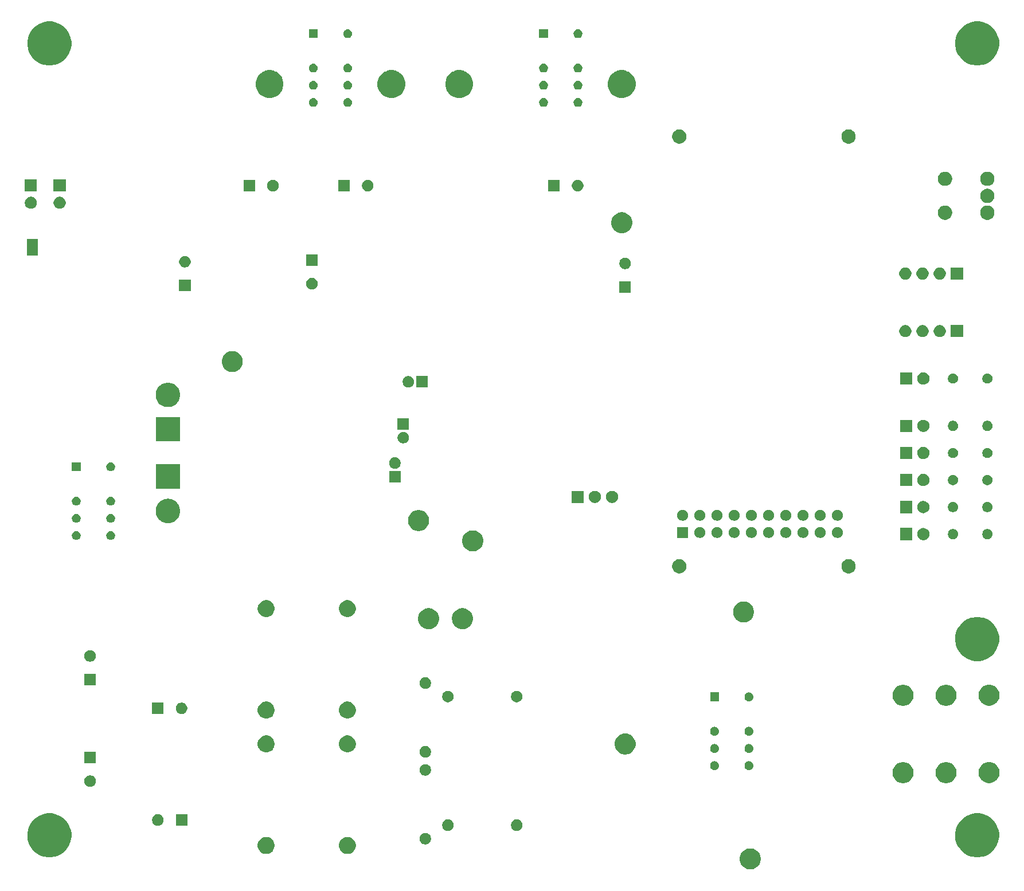
<source format=gbr>
G04 #@! TF.GenerationSoftware,KiCad,Pcbnew,(5.1.5)-3*
G04 #@! TF.CreationDate,2020-06-27T20:49:00+10:00*
G04 #@! TF.ProjectId,mainboard,6d61696e-626f-4617-9264-2e6b69636164,1.0.0*
G04 #@! TF.SameCoordinates,Original*
G04 #@! TF.FileFunction,Soldermask,Bot*
G04 #@! TF.FilePolarity,Negative*
%FSLAX46Y46*%
G04 Gerber Fmt 4.6, Leading zero omitted, Abs format (unit mm)*
G04 Created by KiCad (PCBNEW (5.1.5)-3) date 2020-06-27 20:49:00*
%MOMM*%
%LPD*%
G04 APERTURE LIST*
%ADD10C,0.100000*%
G04 APERTURE END LIST*
D10*
G36*
X170239894Y-155466332D02*
G01*
X170452410Y-155508604D01*
X170734674Y-155625521D01*
X170988705Y-155795259D01*
X171204741Y-156011295D01*
X171374479Y-156265326D01*
X171491396Y-156547590D01*
X171551000Y-156847240D01*
X171551000Y-157152760D01*
X171491396Y-157452410D01*
X171374479Y-157734674D01*
X171204741Y-157988705D01*
X170988705Y-158204741D01*
X170734674Y-158374479D01*
X170452410Y-158491396D01*
X170302585Y-158521198D01*
X170152761Y-158551000D01*
X169847239Y-158551000D01*
X169697415Y-158521198D01*
X169547590Y-158491396D01*
X169265326Y-158374479D01*
X169011295Y-158204741D01*
X168795259Y-157988705D01*
X168625521Y-157734674D01*
X168508604Y-157452410D01*
X168449000Y-157152760D01*
X168449000Y-156847240D01*
X168508604Y-156547590D01*
X168625521Y-156265326D01*
X168795259Y-156011295D01*
X169011295Y-155795259D01*
X169265326Y-155625521D01*
X169547590Y-155508604D01*
X169760106Y-155466332D01*
X169847239Y-155449000D01*
X170152761Y-155449000D01*
X170239894Y-155466332D01*
G37*
G36*
X204134239Y-150311467D02*
G01*
X204448282Y-150373934D01*
X205039926Y-150619001D01*
X205572392Y-150974784D01*
X206025216Y-151427608D01*
X206380999Y-151960074D01*
X206626066Y-152551718D01*
X206666332Y-152754147D01*
X206751000Y-153179803D01*
X206751000Y-153820197D01*
X206709609Y-154028284D01*
X206626066Y-154448282D01*
X206380999Y-155039926D01*
X206025216Y-155572392D01*
X205572392Y-156025216D01*
X205039926Y-156380999D01*
X204448282Y-156626066D01*
X204134239Y-156688533D01*
X203820197Y-156751000D01*
X203179803Y-156751000D01*
X202865761Y-156688533D01*
X202551718Y-156626066D01*
X201960074Y-156380999D01*
X201427608Y-156025216D01*
X200974784Y-155572392D01*
X200619001Y-155039926D01*
X200373934Y-154448282D01*
X200290391Y-154028284D01*
X200249000Y-153820197D01*
X200249000Y-153179803D01*
X200333668Y-152754147D01*
X200373934Y-152551718D01*
X200619001Y-151960074D01*
X200974784Y-151427608D01*
X201427608Y-150974784D01*
X201960074Y-150619001D01*
X202551718Y-150373934D01*
X202865761Y-150311467D01*
X203179803Y-150249000D01*
X203820197Y-150249000D01*
X204134239Y-150311467D01*
G37*
G36*
X67134239Y-150311467D02*
G01*
X67448282Y-150373934D01*
X68039926Y-150619001D01*
X68572392Y-150974784D01*
X69025216Y-151427608D01*
X69380999Y-151960074D01*
X69626066Y-152551718D01*
X69666332Y-152754147D01*
X69751000Y-153179803D01*
X69751000Y-153820197D01*
X69709609Y-154028284D01*
X69626066Y-154448282D01*
X69380999Y-155039926D01*
X69025216Y-155572392D01*
X68572392Y-156025216D01*
X68039926Y-156380999D01*
X67448282Y-156626066D01*
X67134239Y-156688533D01*
X66820197Y-156751000D01*
X66179803Y-156751000D01*
X65865761Y-156688533D01*
X65551718Y-156626066D01*
X64960074Y-156380999D01*
X64427608Y-156025216D01*
X63974784Y-155572392D01*
X63619001Y-155039926D01*
X63373934Y-154448282D01*
X63290391Y-154028284D01*
X63249000Y-153820197D01*
X63249000Y-153179803D01*
X63333668Y-152754147D01*
X63373934Y-152551718D01*
X63619001Y-151960074D01*
X63974784Y-151427608D01*
X64427608Y-150974784D01*
X64960074Y-150619001D01*
X65551718Y-150373934D01*
X65865761Y-150311467D01*
X66179803Y-150249000D01*
X66820197Y-150249000D01*
X67134239Y-150311467D01*
G37*
G36*
X110816746Y-153787496D02*
G01*
X110864903Y-153797075D01*
X111092571Y-153891378D01*
X111297466Y-154028285D01*
X111471715Y-154202534D01*
X111605727Y-154403097D01*
X111608623Y-154407431D01*
X111702925Y-154635097D01*
X111751000Y-154876786D01*
X111751000Y-155123214D01*
X111702925Y-155364903D01*
X111616981Y-155572392D01*
X111608622Y-155592571D01*
X111471715Y-155797466D01*
X111297466Y-155971715D01*
X111092571Y-156108622D01*
X111092570Y-156108623D01*
X111092569Y-156108623D01*
X110864903Y-156202925D01*
X110623214Y-156251000D01*
X110376786Y-156251000D01*
X110135097Y-156202925D01*
X109907431Y-156108623D01*
X109907430Y-156108623D01*
X109907429Y-156108622D01*
X109702534Y-155971715D01*
X109528285Y-155797466D01*
X109391378Y-155592571D01*
X109383020Y-155572392D01*
X109297075Y-155364903D01*
X109249000Y-155123214D01*
X109249000Y-154876786D01*
X109297075Y-154635097D01*
X109391377Y-154407431D01*
X109394273Y-154403097D01*
X109528285Y-154202534D01*
X109702534Y-154028285D01*
X109907429Y-153891378D01*
X110135097Y-153797075D01*
X110183254Y-153787496D01*
X110376786Y-153749000D01*
X110623214Y-153749000D01*
X110816746Y-153787496D01*
G37*
G36*
X98816746Y-153787496D02*
G01*
X98864903Y-153797075D01*
X99092571Y-153891378D01*
X99297466Y-154028285D01*
X99471715Y-154202534D01*
X99605727Y-154403097D01*
X99608623Y-154407431D01*
X99702925Y-154635097D01*
X99751000Y-154876786D01*
X99751000Y-155123214D01*
X99702925Y-155364903D01*
X99616981Y-155572392D01*
X99608622Y-155592571D01*
X99471715Y-155797466D01*
X99297466Y-155971715D01*
X99092571Y-156108622D01*
X99092570Y-156108623D01*
X99092569Y-156108623D01*
X98864903Y-156202925D01*
X98623214Y-156251000D01*
X98376786Y-156251000D01*
X98135097Y-156202925D01*
X97907431Y-156108623D01*
X97907430Y-156108623D01*
X97907429Y-156108622D01*
X97702534Y-155971715D01*
X97528285Y-155797466D01*
X97391378Y-155592571D01*
X97383020Y-155572392D01*
X97297075Y-155364903D01*
X97249000Y-155123214D01*
X97249000Y-154876786D01*
X97297075Y-154635097D01*
X97391377Y-154407431D01*
X97394273Y-154403097D01*
X97528285Y-154202534D01*
X97702534Y-154028285D01*
X97907429Y-153891378D01*
X98135097Y-153797075D01*
X98183254Y-153787496D01*
X98376786Y-153749000D01*
X98623214Y-153749000D01*
X98816746Y-153787496D01*
G37*
G36*
X122248228Y-153181703D02*
G01*
X122403100Y-153245853D01*
X122542481Y-153338985D01*
X122661015Y-153457519D01*
X122754147Y-153596900D01*
X122818297Y-153751772D01*
X122851000Y-153916184D01*
X122851000Y-154083816D01*
X122818297Y-154248228D01*
X122754147Y-154403100D01*
X122661015Y-154542481D01*
X122542481Y-154661015D01*
X122403100Y-154754147D01*
X122248228Y-154818297D01*
X122083816Y-154851000D01*
X121916184Y-154851000D01*
X121751772Y-154818297D01*
X121596900Y-154754147D01*
X121457519Y-154661015D01*
X121338985Y-154542481D01*
X121245853Y-154403100D01*
X121181703Y-154248228D01*
X121149000Y-154083816D01*
X121149000Y-153916184D01*
X121181703Y-153751772D01*
X121245853Y-153596900D01*
X121338985Y-153457519D01*
X121457519Y-153338985D01*
X121596900Y-153245853D01*
X121751772Y-153181703D01*
X121916184Y-153149000D01*
X122083816Y-153149000D01*
X122248228Y-153181703D01*
G37*
G36*
X135748228Y-151181703D02*
G01*
X135903100Y-151245853D01*
X136042481Y-151338985D01*
X136161015Y-151457519D01*
X136254147Y-151596900D01*
X136318297Y-151751772D01*
X136351000Y-151916184D01*
X136351000Y-152083816D01*
X136318297Y-152248228D01*
X136254147Y-152403100D01*
X136161015Y-152542481D01*
X136042481Y-152661015D01*
X135903100Y-152754147D01*
X135748228Y-152818297D01*
X135583816Y-152851000D01*
X135416184Y-152851000D01*
X135251772Y-152818297D01*
X135096900Y-152754147D01*
X134957519Y-152661015D01*
X134838985Y-152542481D01*
X134745853Y-152403100D01*
X134681703Y-152248228D01*
X134649000Y-152083816D01*
X134649000Y-151916184D01*
X134681703Y-151751772D01*
X134745853Y-151596900D01*
X134838985Y-151457519D01*
X134957519Y-151338985D01*
X135096900Y-151245853D01*
X135251772Y-151181703D01*
X135416184Y-151149000D01*
X135583816Y-151149000D01*
X135748228Y-151181703D01*
G37*
G36*
X125588228Y-151181703D02*
G01*
X125743100Y-151245853D01*
X125882481Y-151338985D01*
X126001015Y-151457519D01*
X126094147Y-151596900D01*
X126158297Y-151751772D01*
X126191000Y-151916184D01*
X126191000Y-152083816D01*
X126158297Y-152248228D01*
X126094147Y-152403100D01*
X126001015Y-152542481D01*
X125882481Y-152661015D01*
X125743100Y-152754147D01*
X125588228Y-152818297D01*
X125423816Y-152851000D01*
X125256184Y-152851000D01*
X125091772Y-152818297D01*
X124936900Y-152754147D01*
X124797519Y-152661015D01*
X124678985Y-152542481D01*
X124585853Y-152403100D01*
X124521703Y-152248228D01*
X124489000Y-152083816D01*
X124489000Y-151916184D01*
X124521703Y-151751772D01*
X124585853Y-151596900D01*
X124678985Y-151457519D01*
X124797519Y-151338985D01*
X124936900Y-151245853D01*
X125091772Y-151181703D01*
X125256184Y-151149000D01*
X125423816Y-151149000D01*
X125588228Y-151181703D01*
G37*
G36*
X86851000Y-152101000D02*
G01*
X85149000Y-152101000D01*
X85149000Y-150399000D01*
X86851000Y-150399000D01*
X86851000Y-152101000D01*
G37*
G36*
X82748228Y-150431703D02*
G01*
X82903100Y-150495853D01*
X83042481Y-150588985D01*
X83161015Y-150707519D01*
X83254147Y-150846900D01*
X83318297Y-151001772D01*
X83351000Y-151166184D01*
X83351000Y-151333816D01*
X83318297Y-151498228D01*
X83254147Y-151653100D01*
X83161015Y-151792481D01*
X83042481Y-151911015D01*
X82903100Y-152004147D01*
X82748228Y-152068297D01*
X82583816Y-152101000D01*
X82416184Y-152101000D01*
X82251772Y-152068297D01*
X82096900Y-152004147D01*
X81957519Y-151911015D01*
X81838985Y-151792481D01*
X81745853Y-151653100D01*
X81681703Y-151498228D01*
X81649000Y-151333816D01*
X81649000Y-151166184D01*
X81681703Y-151001772D01*
X81745853Y-150846900D01*
X81838985Y-150707519D01*
X81957519Y-150588985D01*
X82096900Y-150495853D01*
X82251772Y-150431703D01*
X82416184Y-150399000D01*
X82583816Y-150399000D01*
X82748228Y-150431703D01*
G37*
G36*
X72748228Y-144681703D02*
G01*
X72903100Y-144745853D01*
X73042481Y-144838985D01*
X73161015Y-144957519D01*
X73254147Y-145096900D01*
X73318297Y-145251772D01*
X73351000Y-145416184D01*
X73351000Y-145583816D01*
X73318297Y-145748228D01*
X73254147Y-145903100D01*
X73161015Y-146042481D01*
X73042481Y-146161015D01*
X72903100Y-146254147D01*
X72748228Y-146318297D01*
X72583816Y-146351000D01*
X72416184Y-146351000D01*
X72251772Y-146318297D01*
X72096900Y-146254147D01*
X71957519Y-146161015D01*
X71838985Y-146042481D01*
X71745853Y-145903100D01*
X71681703Y-145748228D01*
X71649000Y-145583816D01*
X71649000Y-145416184D01*
X71681703Y-145251772D01*
X71745853Y-145096900D01*
X71838985Y-144957519D01*
X71957519Y-144838985D01*
X72096900Y-144745853D01*
X72251772Y-144681703D01*
X72416184Y-144649000D01*
X72583816Y-144649000D01*
X72748228Y-144681703D01*
G37*
G36*
X192852585Y-142733802D02*
G01*
X193002410Y-142763604D01*
X193284674Y-142880521D01*
X193538705Y-143050259D01*
X193754741Y-143266295D01*
X193924479Y-143520326D01*
X194034901Y-143786910D01*
X194041396Y-143802591D01*
X194101000Y-144102239D01*
X194101000Y-144407761D01*
X194071198Y-144557585D01*
X194041396Y-144707410D01*
X193924479Y-144989674D01*
X193754741Y-145243705D01*
X193538705Y-145459741D01*
X193284674Y-145629479D01*
X193002410Y-145746396D01*
X192852585Y-145776198D01*
X192702761Y-145806000D01*
X192397239Y-145806000D01*
X192247415Y-145776198D01*
X192097590Y-145746396D01*
X191815326Y-145629479D01*
X191561295Y-145459741D01*
X191345259Y-145243705D01*
X191175521Y-144989674D01*
X191058604Y-144707410D01*
X191028802Y-144557585D01*
X190999000Y-144407761D01*
X190999000Y-144102239D01*
X191058604Y-143802591D01*
X191065099Y-143786910D01*
X191175521Y-143520326D01*
X191345259Y-143266295D01*
X191561295Y-143050259D01*
X191815326Y-142880521D01*
X192097590Y-142763604D01*
X192247415Y-142733802D01*
X192397239Y-142704000D01*
X192702761Y-142704000D01*
X192852585Y-142733802D01*
G37*
G36*
X199202585Y-142733802D02*
G01*
X199352410Y-142763604D01*
X199634674Y-142880521D01*
X199888705Y-143050259D01*
X200104741Y-143266295D01*
X200274479Y-143520326D01*
X200384901Y-143786910D01*
X200391396Y-143802591D01*
X200451000Y-144102239D01*
X200451000Y-144407761D01*
X200421198Y-144557585D01*
X200391396Y-144707410D01*
X200274479Y-144989674D01*
X200104741Y-145243705D01*
X199888705Y-145459741D01*
X199634674Y-145629479D01*
X199352410Y-145746396D01*
X199202585Y-145776198D01*
X199052761Y-145806000D01*
X198747239Y-145806000D01*
X198597415Y-145776198D01*
X198447590Y-145746396D01*
X198165326Y-145629479D01*
X197911295Y-145459741D01*
X197695259Y-145243705D01*
X197525521Y-144989674D01*
X197408604Y-144707410D01*
X197378802Y-144557585D01*
X197349000Y-144407761D01*
X197349000Y-144102239D01*
X197408604Y-143802591D01*
X197415099Y-143786910D01*
X197525521Y-143520326D01*
X197695259Y-143266295D01*
X197911295Y-143050259D01*
X198165326Y-142880521D01*
X198447590Y-142763604D01*
X198597415Y-142733802D01*
X198747239Y-142704000D01*
X199052761Y-142704000D01*
X199202585Y-142733802D01*
G37*
G36*
X205528444Y-142704000D02*
G01*
X205702410Y-142738604D01*
X205984674Y-142855521D01*
X206238705Y-143025259D01*
X206454741Y-143241295D01*
X206624479Y-143495326D01*
X206741396Y-143777590D01*
X206801000Y-144077240D01*
X206801000Y-144382760D01*
X206741396Y-144682410D01*
X206624479Y-144964674D01*
X206454741Y-145218705D01*
X206238705Y-145434741D01*
X205984674Y-145604479D01*
X205702410Y-145721396D01*
X205576726Y-145746396D01*
X205402761Y-145781000D01*
X205097239Y-145781000D01*
X204923274Y-145746396D01*
X204797590Y-145721396D01*
X204515326Y-145604479D01*
X204261295Y-145434741D01*
X204045259Y-145218705D01*
X203875521Y-144964674D01*
X203758604Y-144682410D01*
X203699000Y-144382760D01*
X203699000Y-144077240D01*
X203758604Y-143777590D01*
X203875521Y-143495326D01*
X204045259Y-143241295D01*
X204261295Y-143025259D01*
X204515326Y-142855521D01*
X204797590Y-142738604D01*
X204971556Y-142704000D01*
X205097239Y-142679000D01*
X205402761Y-142679000D01*
X205528444Y-142704000D01*
G37*
G36*
X122248228Y-143021703D02*
G01*
X122403100Y-143085853D01*
X122542481Y-143178985D01*
X122661015Y-143297519D01*
X122754147Y-143436900D01*
X122818297Y-143591772D01*
X122851000Y-143756184D01*
X122851000Y-143923816D01*
X122818297Y-144088228D01*
X122754147Y-144243100D01*
X122661015Y-144382481D01*
X122542481Y-144501015D01*
X122403100Y-144594147D01*
X122248228Y-144658297D01*
X122083816Y-144691000D01*
X121916184Y-144691000D01*
X121751772Y-144658297D01*
X121596900Y-144594147D01*
X121457519Y-144501015D01*
X121338985Y-144382481D01*
X121245853Y-144243100D01*
X121181703Y-144088228D01*
X121149000Y-143923816D01*
X121149000Y-143756184D01*
X121181703Y-143591772D01*
X121245853Y-143436900D01*
X121338985Y-143297519D01*
X121457519Y-143178985D01*
X121596900Y-143085853D01*
X121751772Y-143021703D01*
X121916184Y-142989000D01*
X122083816Y-142989000D01*
X122248228Y-143021703D01*
G37*
G36*
X169979890Y-142584017D02*
G01*
X170098364Y-142633091D01*
X170204487Y-142704000D01*
X170204988Y-142704335D01*
X170295665Y-142795012D01*
X170366910Y-142901638D01*
X170415983Y-143020110D01*
X170441000Y-143145881D01*
X170441000Y-143274119D01*
X170436345Y-143297520D01*
X170415983Y-143399890D01*
X170366909Y-143518364D01*
X170295665Y-143624988D01*
X170204988Y-143715665D01*
X170098364Y-143786909D01*
X170098363Y-143786910D01*
X170098362Y-143786910D01*
X169979890Y-143835983D01*
X169854119Y-143861000D01*
X169725881Y-143861000D01*
X169600110Y-143835983D01*
X169481638Y-143786910D01*
X169481637Y-143786910D01*
X169481636Y-143786909D01*
X169375012Y-143715665D01*
X169284335Y-143624988D01*
X169213091Y-143518364D01*
X169164017Y-143399890D01*
X169143655Y-143297520D01*
X169139000Y-143274119D01*
X169139000Y-143145881D01*
X169164017Y-143020110D01*
X169213090Y-142901638D01*
X169284335Y-142795012D01*
X169375012Y-142704335D01*
X169375513Y-142704000D01*
X169481636Y-142633091D01*
X169600110Y-142584017D01*
X169725881Y-142559000D01*
X169854119Y-142559000D01*
X169979890Y-142584017D01*
G37*
G36*
X164899890Y-142584017D02*
G01*
X165018364Y-142633091D01*
X165124487Y-142704000D01*
X165124988Y-142704335D01*
X165215665Y-142795012D01*
X165286910Y-142901638D01*
X165335983Y-143020110D01*
X165361000Y-143145881D01*
X165361000Y-143274119D01*
X165356345Y-143297520D01*
X165335983Y-143399890D01*
X165286909Y-143518364D01*
X165215665Y-143624988D01*
X165124988Y-143715665D01*
X165018364Y-143786909D01*
X165018363Y-143786910D01*
X165018362Y-143786910D01*
X164899890Y-143835983D01*
X164774119Y-143861000D01*
X164645881Y-143861000D01*
X164520110Y-143835983D01*
X164401638Y-143786910D01*
X164401637Y-143786910D01*
X164401636Y-143786909D01*
X164295012Y-143715665D01*
X164204335Y-143624988D01*
X164133091Y-143518364D01*
X164084017Y-143399890D01*
X164063655Y-143297520D01*
X164059000Y-143274119D01*
X164059000Y-143145881D01*
X164084017Y-143020110D01*
X164133090Y-142901638D01*
X164204335Y-142795012D01*
X164295012Y-142704335D01*
X164295513Y-142704000D01*
X164401636Y-142633091D01*
X164520110Y-142584017D01*
X164645881Y-142559000D01*
X164774119Y-142559000D01*
X164899890Y-142584017D01*
G37*
G36*
X73351000Y-142851000D02*
G01*
X71649000Y-142851000D01*
X71649000Y-141149000D01*
X73351000Y-141149000D01*
X73351000Y-142851000D01*
G37*
G36*
X122248228Y-140341703D02*
G01*
X122403100Y-140405853D01*
X122542481Y-140498985D01*
X122661015Y-140617519D01*
X122754147Y-140756900D01*
X122818297Y-140911772D01*
X122851000Y-141076184D01*
X122851000Y-141243816D01*
X122818297Y-141408228D01*
X122754147Y-141563100D01*
X122661015Y-141702481D01*
X122542481Y-141821015D01*
X122403100Y-141914147D01*
X122248228Y-141978297D01*
X122083816Y-142011000D01*
X121916184Y-142011000D01*
X121751772Y-141978297D01*
X121596900Y-141914147D01*
X121457519Y-141821015D01*
X121338985Y-141702481D01*
X121245853Y-141563100D01*
X121181703Y-141408228D01*
X121149000Y-141243816D01*
X121149000Y-141076184D01*
X121181703Y-140911772D01*
X121245853Y-140756900D01*
X121338985Y-140617519D01*
X121457519Y-140498985D01*
X121596900Y-140405853D01*
X121751772Y-140341703D01*
X121916184Y-140309000D01*
X122083816Y-140309000D01*
X122248228Y-140341703D01*
G37*
G36*
X151802585Y-138478802D02*
G01*
X151952410Y-138508604D01*
X152234674Y-138625521D01*
X152488705Y-138795259D01*
X152704741Y-139011295D01*
X152874479Y-139265326D01*
X152991396Y-139547590D01*
X153051000Y-139847240D01*
X153051000Y-140152760D01*
X152991396Y-140452410D01*
X152874479Y-140734674D01*
X152704741Y-140988705D01*
X152488705Y-141204741D01*
X152234674Y-141374479D01*
X151952410Y-141491396D01*
X151802585Y-141521198D01*
X151652761Y-141551000D01*
X151347239Y-141551000D01*
X151197415Y-141521198D01*
X151047590Y-141491396D01*
X150765326Y-141374479D01*
X150511295Y-141204741D01*
X150295259Y-140988705D01*
X150125521Y-140734674D01*
X150008604Y-140452410D01*
X149949000Y-140152760D01*
X149949000Y-139847240D01*
X150008604Y-139547590D01*
X150125521Y-139265326D01*
X150295259Y-139011295D01*
X150511295Y-138795259D01*
X150765326Y-138625521D01*
X151047590Y-138508604D01*
X151197415Y-138478802D01*
X151347239Y-138449000D01*
X151652761Y-138449000D01*
X151802585Y-138478802D01*
G37*
G36*
X169979890Y-140044017D02*
G01*
X170098364Y-140093091D01*
X170204988Y-140164335D01*
X170295665Y-140255012D01*
X170353592Y-140341705D01*
X170366910Y-140361638D01*
X170415983Y-140480110D01*
X170441000Y-140605881D01*
X170441000Y-140734119D01*
X170436468Y-140756903D01*
X170415983Y-140859890D01*
X170366909Y-140978364D01*
X170295665Y-141084988D01*
X170204988Y-141175665D01*
X170098364Y-141246909D01*
X170098363Y-141246910D01*
X170098362Y-141246910D01*
X169979890Y-141295983D01*
X169854119Y-141321000D01*
X169725881Y-141321000D01*
X169600110Y-141295983D01*
X169481638Y-141246910D01*
X169481637Y-141246910D01*
X169481636Y-141246909D01*
X169375012Y-141175665D01*
X169284335Y-141084988D01*
X169213091Y-140978364D01*
X169164017Y-140859890D01*
X169143532Y-140756903D01*
X169139000Y-140734119D01*
X169139000Y-140605881D01*
X169164017Y-140480110D01*
X169213090Y-140361638D01*
X169226409Y-140341705D01*
X169284335Y-140255012D01*
X169375012Y-140164335D01*
X169481636Y-140093091D01*
X169600110Y-140044017D01*
X169725881Y-140019000D01*
X169854119Y-140019000D01*
X169979890Y-140044017D01*
G37*
G36*
X164899890Y-140044017D02*
G01*
X165018364Y-140093091D01*
X165124988Y-140164335D01*
X165215665Y-140255012D01*
X165273592Y-140341705D01*
X165286910Y-140361638D01*
X165335983Y-140480110D01*
X165361000Y-140605881D01*
X165361000Y-140734119D01*
X165356468Y-140756903D01*
X165335983Y-140859890D01*
X165286909Y-140978364D01*
X165215665Y-141084988D01*
X165124988Y-141175665D01*
X165018364Y-141246909D01*
X165018363Y-141246910D01*
X165018362Y-141246910D01*
X164899890Y-141295983D01*
X164774119Y-141321000D01*
X164645881Y-141321000D01*
X164520110Y-141295983D01*
X164401638Y-141246910D01*
X164401637Y-141246910D01*
X164401636Y-141246909D01*
X164295012Y-141175665D01*
X164204335Y-141084988D01*
X164133091Y-140978364D01*
X164084017Y-140859890D01*
X164063532Y-140756903D01*
X164059000Y-140734119D01*
X164059000Y-140605881D01*
X164084017Y-140480110D01*
X164133090Y-140361638D01*
X164146409Y-140341705D01*
X164204335Y-140255012D01*
X164295012Y-140164335D01*
X164401636Y-140093091D01*
X164520110Y-140044017D01*
X164645881Y-140019000D01*
X164774119Y-140019000D01*
X164899890Y-140044017D01*
G37*
G36*
X98855773Y-138795259D02*
G01*
X98864903Y-138797075D01*
X99092571Y-138891378D01*
X99297466Y-139028285D01*
X99471715Y-139202534D01*
X99608622Y-139407429D01*
X99608623Y-139407431D01*
X99702925Y-139635097D01*
X99751000Y-139876786D01*
X99751000Y-140123214D01*
X99702925Y-140364903D01*
X99666679Y-140452410D01*
X99608622Y-140592571D01*
X99471715Y-140797466D01*
X99297466Y-140971715D01*
X99092571Y-141108622D01*
X99092570Y-141108623D01*
X99092569Y-141108623D01*
X98864903Y-141202925D01*
X98623214Y-141251000D01*
X98376786Y-141251000D01*
X98135097Y-141202925D01*
X97907431Y-141108623D01*
X97907430Y-141108623D01*
X97907429Y-141108622D01*
X97702534Y-140971715D01*
X97528285Y-140797466D01*
X97391378Y-140592571D01*
X97333322Y-140452410D01*
X97297075Y-140364903D01*
X97249000Y-140123214D01*
X97249000Y-139876786D01*
X97297075Y-139635097D01*
X97391377Y-139407431D01*
X97391378Y-139407429D01*
X97528285Y-139202534D01*
X97702534Y-139028285D01*
X97907429Y-138891378D01*
X98135097Y-138797075D01*
X98144227Y-138795259D01*
X98376786Y-138749000D01*
X98623214Y-138749000D01*
X98855773Y-138795259D01*
G37*
G36*
X110855773Y-138795259D02*
G01*
X110864903Y-138797075D01*
X111092571Y-138891378D01*
X111297466Y-139028285D01*
X111471715Y-139202534D01*
X111608622Y-139407429D01*
X111608623Y-139407431D01*
X111702925Y-139635097D01*
X111751000Y-139876786D01*
X111751000Y-140123214D01*
X111702925Y-140364903D01*
X111666679Y-140452410D01*
X111608622Y-140592571D01*
X111471715Y-140797466D01*
X111297466Y-140971715D01*
X111092571Y-141108622D01*
X111092570Y-141108623D01*
X111092569Y-141108623D01*
X110864903Y-141202925D01*
X110623214Y-141251000D01*
X110376786Y-141251000D01*
X110135097Y-141202925D01*
X109907431Y-141108623D01*
X109907430Y-141108623D01*
X109907429Y-141108622D01*
X109702534Y-140971715D01*
X109528285Y-140797466D01*
X109391378Y-140592571D01*
X109333322Y-140452410D01*
X109297075Y-140364903D01*
X109249000Y-140123214D01*
X109249000Y-139876786D01*
X109297075Y-139635097D01*
X109391377Y-139407431D01*
X109391378Y-139407429D01*
X109528285Y-139202534D01*
X109702534Y-139028285D01*
X109907429Y-138891378D01*
X110135097Y-138797075D01*
X110144227Y-138795259D01*
X110376786Y-138749000D01*
X110623214Y-138749000D01*
X110855773Y-138795259D01*
G37*
G36*
X169979890Y-137504017D02*
G01*
X170098364Y-137553091D01*
X170204988Y-137624335D01*
X170295665Y-137715012D01*
X170366909Y-137821636D01*
X170415983Y-137940110D01*
X170441000Y-138065882D01*
X170441000Y-138194118D01*
X170415983Y-138319890D01*
X170366909Y-138438364D01*
X170295665Y-138544988D01*
X170204988Y-138635665D01*
X170098364Y-138706909D01*
X170098363Y-138706910D01*
X170098362Y-138706910D01*
X169979890Y-138755983D01*
X169854119Y-138781000D01*
X169725881Y-138781000D01*
X169600110Y-138755983D01*
X169481638Y-138706910D01*
X169481637Y-138706910D01*
X169481636Y-138706909D01*
X169375012Y-138635665D01*
X169284335Y-138544988D01*
X169213091Y-138438364D01*
X169164017Y-138319890D01*
X169139000Y-138194118D01*
X169139000Y-138065882D01*
X169164017Y-137940110D01*
X169213091Y-137821636D01*
X169284335Y-137715012D01*
X169375012Y-137624335D01*
X169481636Y-137553091D01*
X169600110Y-137504017D01*
X169725881Y-137479000D01*
X169854119Y-137479000D01*
X169979890Y-137504017D01*
G37*
G36*
X164899890Y-137504017D02*
G01*
X165018364Y-137553091D01*
X165124988Y-137624335D01*
X165215665Y-137715012D01*
X165286909Y-137821636D01*
X165335983Y-137940110D01*
X165361000Y-138065882D01*
X165361000Y-138194118D01*
X165335983Y-138319890D01*
X165286909Y-138438364D01*
X165215665Y-138544988D01*
X165124988Y-138635665D01*
X165018364Y-138706909D01*
X165018363Y-138706910D01*
X165018362Y-138706910D01*
X164899890Y-138755983D01*
X164774119Y-138781000D01*
X164645881Y-138781000D01*
X164520110Y-138755983D01*
X164401638Y-138706910D01*
X164401637Y-138706910D01*
X164401636Y-138706909D01*
X164295012Y-138635665D01*
X164204335Y-138544988D01*
X164133091Y-138438364D01*
X164084017Y-138319890D01*
X164059000Y-138194118D01*
X164059000Y-138065882D01*
X164084017Y-137940110D01*
X164133091Y-137821636D01*
X164204335Y-137715012D01*
X164295012Y-137624335D01*
X164401636Y-137553091D01*
X164520110Y-137504017D01*
X164645881Y-137479000D01*
X164774119Y-137479000D01*
X164899890Y-137504017D01*
G37*
G36*
X110864903Y-133797075D02*
G01*
X110905052Y-133813705D01*
X111092571Y-133891378D01*
X111297466Y-134028285D01*
X111471715Y-134202534D01*
X111608622Y-134407429D01*
X111608623Y-134407431D01*
X111702925Y-134635097D01*
X111751000Y-134876786D01*
X111751000Y-135123214D01*
X111702925Y-135364903D01*
X111618678Y-135568295D01*
X111608622Y-135592571D01*
X111471715Y-135797466D01*
X111297466Y-135971715D01*
X111092571Y-136108622D01*
X111092570Y-136108623D01*
X111092569Y-136108623D01*
X110864903Y-136202925D01*
X110623214Y-136251000D01*
X110376786Y-136251000D01*
X110135097Y-136202925D01*
X109907431Y-136108623D01*
X109907430Y-136108623D01*
X109907429Y-136108622D01*
X109702534Y-135971715D01*
X109528285Y-135797466D01*
X109391378Y-135592571D01*
X109381323Y-135568295D01*
X109297075Y-135364903D01*
X109249000Y-135123214D01*
X109249000Y-134876786D01*
X109297075Y-134635097D01*
X109391377Y-134407431D01*
X109391378Y-134407429D01*
X109528285Y-134202534D01*
X109702534Y-134028285D01*
X109907429Y-133891378D01*
X110094949Y-133813705D01*
X110135097Y-133797075D01*
X110376786Y-133749000D01*
X110623214Y-133749000D01*
X110864903Y-133797075D01*
G37*
G36*
X98864903Y-133797075D02*
G01*
X98905052Y-133813705D01*
X99092571Y-133891378D01*
X99297466Y-134028285D01*
X99471715Y-134202534D01*
X99608622Y-134407429D01*
X99608623Y-134407431D01*
X99702925Y-134635097D01*
X99751000Y-134876786D01*
X99751000Y-135123214D01*
X99702925Y-135364903D01*
X99618678Y-135568295D01*
X99608622Y-135592571D01*
X99471715Y-135797466D01*
X99297466Y-135971715D01*
X99092571Y-136108622D01*
X99092570Y-136108623D01*
X99092569Y-136108623D01*
X98864903Y-136202925D01*
X98623214Y-136251000D01*
X98376786Y-136251000D01*
X98135097Y-136202925D01*
X97907431Y-136108623D01*
X97907430Y-136108623D01*
X97907429Y-136108622D01*
X97702534Y-135971715D01*
X97528285Y-135797466D01*
X97391378Y-135592571D01*
X97381323Y-135568295D01*
X97297075Y-135364903D01*
X97249000Y-135123214D01*
X97249000Y-134876786D01*
X97297075Y-134635097D01*
X97391377Y-134407431D01*
X97391378Y-134407429D01*
X97528285Y-134202534D01*
X97702534Y-134028285D01*
X97907429Y-133891378D01*
X98094949Y-133813705D01*
X98135097Y-133797075D01*
X98376786Y-133749000D01*
X98623214Y-133749000D01*
X98864903Y-133797075D01*
G37*
G36*
X83351000Y-135601000D02*
G01*
X81649000Y-135601000D01*
X81649000Y-133899000D01*
X83351000Y-133899000D01*
X83351000Y-135601000D01*
G37*
G36*
X86248228Y-133931703D02*
G01*
X86403100Y-133995853D01*
X86542481Y-134088985D01*
X86661015Y-134207519D01*
X86754147Y-134346900D01*
X86818297Y-134501772D01*
X86851000Y-134666184D01*
X86851000Y-134833816D01*
X86818297Y-134998228D01*
X86754147Y-135153100D01*
X86661015Y-135292481D01*
X86542481Y-135411015D01*
X86403100Y-135504147D01*
X86248228Y-135568297D01*
X86083816Y-135601000D01*
X85916184Y-135601000D01*
X85751772Y-135568297D01*
X85596900Y-135504147D01*
X85457519Y-135411015D01*
X85338985Y-135292481D01*
X85245853Y-135153100D01*
X85181703Y-134998228D01*
X85149000Y-134833816D01*
X85149000Y-134666184D01*
X85181703Y-134501772D01*
X85245853Y-134346900D01*
X85338985Y-134207519D01*
X85457519Y-134088985D01*
X85596900Y-133995853D01*
X85751772Y-133931703D01*
X85916184Y-133899000D01*
X86083816Y-133899000D01*
X86248228Y-133931703D01*
G37*
G36*
X192852585Y-131303802D02*
G01*
X193002410Y-131333604D01*
X193284674Y-131450521D01*
X193538705Y-131620259D01*
X193754741Y-131836295D01*
X193924479Y-132090326D01*
X194031041Y-132347591D01*
X194041396Y-132372591D01*
X194101000Y-132672239D01*
X194101000Y-132977761D01*
X194079904Y-133083815D01*
X194041396Y-133277410D01*
X193924479Y-133559674D01*
X193754741Y-133813705D01*
X193538705Y-134029741D01*
X193284674Y-134199479D01*
X193002410Y-134316396D01*
X192852585Y-134346198D01*
X192702761Y-134376000D01*
X192397239Y-134376000D01*
X192247415Y-134346198D01*
X192097590Y-134316396D01*
X191815326Y-134199479D01*
X191561295Y-134029741D01*
X191345259Y-133813705D01*
X191175521Y-133559674D01*
X191058604Y-133277410D01*
X191020096Y-133083815D01*
X190999000Y-132977761D01*
X190999000Y-132672239D01*
X191058604Y-132372591D01*
X191068959Y-132347591D01*
X191175521Y-132090326D01*
X191345259Y-131836295D01*
X191561295Y-131620259D01*
X191815326Y-131450521D01*
X192097590Y-131333604D01*
X192247415Y-131303802D01*
X192397239Y-131274000D01*
X192702761Y-131274000D01*
X192852585Y-131303802D01*
G37*
G36*
X199202585Y-131303802D02*
G01*
X199352410Y-131333604D01*
X199634674Y-131450521D01*
X199888705Y-131620259D01*
X200104741Y-131836295D01*
X200274479Y-132090326D01*
X200381041Y-132347591D01*
X200391396Y-132372591D01*
X200451000Y-132672239D01*
X200451000Y-132977761D01*
X200429904Y-133083815D01*
X200391396Y-133277410D01*
X200274479Y-133559674D01*
X200104741Y-133813705D01*
X199888705Y-134029741D01*
X199634674Y-134199479D01*
X199352410Y-134316396D01*
X199202585Y-134346198D01*
X199052761Y-134376000D01*
X198747239Y-134376000D01*
X198597415Y-134346198D01*
X198447590Y-134316396D01*
X198165326Y-134199479D01*
X197911295Y-134029741D01*
X197695259Y-133813705D01*
X197525521Y-133559674D01*
X197408604Y-133277410D01*
X197370096Y-133083815D01*
X197349000Y-132977761D01*
X197349000Y-132672239D01*
X197408604Y-132372591D01*
X197418959Y-132347591D01*
X197525521Y-132090326D01*
X197695259Y-131836295D01*
X197911295Y-131620259D01*
X198165326Y-131450521D01*
X198447590Y-131333604D01*
X198597415Y-131303802D01*
X198747239Y-131274000D01*
X199052761Y-131274000D01*
X199202585Y-131303802D01*
G37*
G36*
X205528444Y-131274000D02*
G01*
X205702410Y-131308604D01*
X205984674Y-131425521D01*
X206238705Y-131595259D01*
X206454741Y-131811295D01*
X206624479Y-132065326D01*
X206741396Y-132347590D01*
X206801000Y-132647240D01*
X206801000Y-132952760D01*
X206741396Y-133252410D01*
X206624479Y-133534674D01*
X206454741Y-133788705D01*
X206238705Y-134004741D01*
X205984674Y-134174479D01*
X205702410Y-134291396D01*
X205576726Y-134316396D01*
X205402761Y-134351000D01*
X205097239Y-134351000D01*
X204923274Y-134316396D01*
X204797590Y-134291396D01*
X204515326Y-134174479D01*
X204261295Y-134004741D01*
X204045259Y-133788705D01*
X203875521Y-133534674D01*
X203758604Y-133252410D01*
X203699000Y-132952760D01*
X203699000Y-132647240D01*
X203758604Y-132347590D01*
X203875521Y-132065326D01*
X204045259Y-131811295D01*
X204261295Y-131595259D01*
X204515326Y-131425521D01*
X204797590Y-131308604D01*
X204971556Y-131274000D01*
X205097239Y-131249000D01*
X205402761Y-131249000D01*
X205528444Y-131274000D01*
G37*
G36*
X135748228Y-132181703D02*
G01*
X135903100Y-132245853D01*
X136042481Y-132338985D01*
X136161015Y-132457519D01*
X136254147Y-132596900D01*
X136318297Y-132751772D01*
X136351000Y-132916184D01*
X136351000Y-133083816D01*
X136318297Y-133248228D01*
X136254147Y-133403100D01*
X136161015Y-133542481D01*
X136042481Y-133661015D01*
X135903100Y-133754147D01*
X135748228Y-133818297D01*
X135583816Y-133851000D01*
X135416184Y-133851000D01*
X135251772Y-133818297D01*
X135096900Y-133754147D01*
X134957519Y-133661015D01*
X134838985Y-133542481D01*
X134745853Y-133403100D01*
X134681703Y-133248228D01*
X134649000Y-133083816D01*
X134649000Y-132916184D01*
X134681703Y-132751772D01*
X134745853Y-132596900D01*
X134838985Y-132457519D01*
X134957519Y-132338985D01*
X135096900Y-132245853D01*
X135251772Y-132181703D01*
X135416184Y-132149000D01*
X135583816Y-132149000D01*
X135748228Y-132181703D01*
G37*
G36*
X125588228Y-132181703D02*
G01*
X125743100Y-132245853D01*
X125882481Y-132338985D01*
X126001015Y-132457519D01*
X126094147Y-132596900D01*
X126158297Y-132751772D01*
X126191000Y-132916184D01*
X126191000Y-133083816D01*
X126158297Y-133248228D01*
X126094147Y-133403100D01*
X126001015Y-133542481D01*
X125882481Y-133661015D01*
X125743100Y-133754147D01*
X125588228Y-133818297D01*
X125423816Y-133851000D01*
X125256184Y-133851000D01*
X125091772Y-133818297D01*
X124936900Y-133754147D01*
X124797519Y-133661015D01*
X124678985Y-133542481D01*
X124585853Y-133403100D01*
X124521703Y-133248228D01*
X124489000Y-133083816D01*
X124489000Y-132916184D01*
X124521703Y-132751772D01*
X124585853Y-132596900D01*
X124678985Y-132457519D01*
X124797519Y-132338985D01*
X124936900Y-132245853D01*
X125091772Y-132181703D01*
X125256184Y-132149000D01*
X125423816Y-132149000D01*
X125588228Y-132181703D01*
G37*
G36*
X169979890Y-132424017D02*
G01*
X170060771Y-132457519D01*
X170098364Y-132473091D01*
X170204988Y-132544335D01*
X170295665Y-132635012D01*
X170303836Y-132647240D01*
X170366910Y-132741638D01*
X170415983Y-132860110D01*
X170439385Y-132977760D01*
X170441000Y-132985882D01*
X170441000Y-133114118D01*
X170415983Y-133239890D01*
X170366909Y-133358364D01*
X170295665Y-133464988D01*
X170204988Y-133555665D01*
X170098364Y-133626909D01*
X170098363Y-133626910D01*
X170098362Y-133626910D01*
X169979890Y-133675983D01*
X169854119Y-133701000D01*
X169725881Y-133701000D01*
X169600110Y-133675983D01*
X169481638Y-133626910D01*
X169481637Y-133626910D01*
X169481636Y-133626909D01*
X169375012Y-133555665D01*
X169284335Y-133464988D01*
X169213091Y-133358364D01*
X169164017Y-133239890D01*
X169139000Y-133114118D01*
X169139000Y-132985882D01*
X169140616Y-132977760D01*
X169164017Y-132860110D01*
X169213090Y-132741638D01*
X169276165Y-132647240D01*
X169284335Y-132635012D01*
X169375012Y-132544335D01*
X169481636Y-132473091D01*
X169519230Y-132457519D01*
X169600110Y-132424017D01*
X169725881Y-132399000D01*
X169854119Y-132399000D01*
X169979890Y-132424017D01*
G37*
G36*
X165361000Y-133701000D02*
G01*
X164059000Y-133701000D01*
X164059000Y-132399000D01*
X165361000Y-132399000D01*
X165361000Y-133701000D01*
G37*
G36*
X122248228Y-130181703D02*
G01*
X122403100Y-130245853D01*
X122542481Y-130338985D01*
X122661015Y-130457519D01*
X122754147Y-130596900D01*
X122818297Y-130751772D01*
X122851000Y-130916184D01*
X122851000Y-131083816D01*
X122818297Y-131248228D01*
X122754147Y-131403100D01*
X122661015Y-131542481D01*
X122542481Y-131661015D01*
X122403100Y-131754147D01*
X122248228Y-131818297D01*
X122083816Y-131851000D01*
X121916184Y-131851000D01*
X121751772Y-131818297D01*
X121596900Y-131754147D01*
X121457519Y-131661015D01*
X121338985Y-131542481D01*
X121245853Y-131403100D01*
X121181703Y-131248228D01*
X121149000Y-131083816D01*
X121149000Y-130916184D01*
X121181703Y-130751772D01*
X121245853Y-130596900D01*
X121338985Y-130457519D01*
X121457519Y-130338985D01*
X121596900Y-130245853D01*
X121751772Y-130181703D01*
X121916184Y-130149000D01*
X122083816Y-130149000D01*
X122248228Y-130181703D01*
G37*
G36*
X73351000Y-131351000D02*
G01*
X71649000Y-131351000D01*
X71649000Y-129649000D01*
X73351000Y-129649000D01*
X73351000Y-131351000D01*
G37*
G36*
X72748228Y-126181703D02*
G01*
X72903100Y-126245853D01*
X73042481Y-126338985D01*
X73161015Y-126457519D01*
X73254147Y-126596900D01*
X73318297Y-126751772D01*
X73351000Y-126916184D01*
X73351000Y-127083816D01*
X73318297Y-127248228D01*
X73254147Y-127403100D01*
X73161015Y-127542481D01*
X73042481Y-127661015D01*
X72903100Y-127754147D01*
X72748228Y-127818297D01*
X72583816Y-127851000D01*
X72416184Y-127851000D01*
X72251772Y-127818297D01*
X72096900Y-127754147D01*
X71957519Y-127661015D01*
X71838985Y-127542481D01*
X71745853Y-127403100D01*
X71681703Y-127248228D01*
X71649000Y-127083816D01*
X71649000Y-126916184D01*
X71681703Y-126751772D01*
X71745853Y-126596900D01*
X71838985Y-126457519D01*
X71957519Y-126338985D01*
X72096900Y-126245853D01*
X72251772Y-126181703D01*
X72416184Y-126149000D01*
X72583816Y-126149000D01*
X72748228Y-126181703D01*
G37*
G36*
X204134239Y-121311467D02*
G01*
X204448282Y-121373934D01*
X205039926Y-121619001D01*
X205572392Y-121974784D01*
X206025216Y-122427608D01*
X206380999Y-122960074D01*
X206626066Y-123551718D01*
X206626066Y-123551719D01*
X206751000Y-124179803D01*
X206751000Y-124820197D01*
X206688533Y-125134239D01*
X206626066Y-125448282D01*
X206380999Y-126039926D01*
X206025216Y-126572392D01*
X205572392Y-127025216D01*
X205039926Y-127380999D01*
X204448282Y-127626066D01*
X204272581Y-127661015D01*
X203820197Y-127751000D01*
X203179803Y-127751000D01*
X202727419Y-127661015D01*
X202551718Y-127626066D01*
X201960074Y-127380999D01*
X201427608Y-127025216D01*
X200974784Y-126572392D01*
X200619001Y-126039926D01*
X200373934Y-125448282D01*
X200311467Y-125134239D01*
X200249000Y-124820197D01*
X200249000Y-124179803D01*
X200373934Y-123551719D01*
X200373934Y-123551718D01*
X200619001Y-122960074D01*
X200974784Y-122427608D01*
X201427608Y-121974784D01*
X201960074Y-121619001D01*
X202551718Y-121373934D01*
X202865761Y-121311467D01*
X203179803Y-121249000D01*
X203820197Y-121249000D01*
X204134239Y-121311467D01*
G37*
G36*
X127802585Y-119978802D02*
G01*
X127952410Y-120008604D01*
X128234674Y-120125521D01*
X128488705Y-120295259D01*
X128704741Y-120511295D01*
X128874479Y-120765326D01*
X128959968Y-120971716D01*
X128991396Y-121047591D01*
X129051000Y-121347239D01*
X129051000Y-121652761D01*
X129041538Y-121700329D01*
X128991396Y-121952410D01*
X128874479Y-122234674D01*
X128704741Y-122488705D01*
X128488705Y-122704741D01*
X128234674Y-122874479D01*
X127952410Y-122991396D01*
X127825836Y-123016573D01*
X127652761Y-123051000D01*
X127347239Y-123051000D01*
X127174164Y-123016573D01*
X127047590Y-122991396D01*
X126765326Y-122874479D01*
X126511295Y-122704741D01*
X126295259Y-122488705D01*
X126125521Y-122234674D01*
X126008604Y-121952410D01*
X125958462Y-121700329D01*
X125949000Y-121652761D01*
X125949000Y-121347239D01*
X126008604Y-121047591D01*
X126040032Y-120971716D01*
X126125521Y-120765326D01*
X126295259Y-120511295D01*
X126511295Y-120295259D01*
X126765326Y-120125521D01*
X127047590Y-120008604D01*
X127197415Y-119978802D01*
X127347239Y-119949000D01*
X127652761Y-119949000D01*
X127802585Y-119978802D01*
G37*
G36*
X122802585Y-119978802D02*
G01*
X122952410Y-120008604D01*
X123234674Y-120125521D01*
X123488705Y-120295259D01*
X123704741Y-120511295D01*
X123874479Y-120765326D01*
X123959968Y-120971716D01*
X123991396Y-121047591D01*
X124051000Y-121347239D01*
X124051000Y-121652761D01*
X124041538Y-121700329D01*
X123991396Y-121952410D01*
X123874479Y-122234674D01*
X123704741Y-122488705D01*
X123488705Y-122704741D01*
X123234674Y-122874479D01*
X122952410Y-122991396D01*
X122825836Y-123016573D01*
X122652761Y-123051000D01*
X122347239Y-123051000D01*
X122174164Y-123016573D01*
X122047590Y-122991396D01*
X121765326Y-122874479D01*
X121511295Y-122704741D01*
X121295259Y-122488705D01*
X121125521Y-122234674D01*
X121008604Y-121952410D01*
X120958462Y-121700329D01*
X120949000Y-121652761D01*
X120949000Y-121347239D01*
X121008604Y-121047591D01*
X121040032Y-120971716D01*
X121125521Y-120765326D01*
X121295259Y-120511295D01*
X121511295Y-120295259D01*
X121765326Y-120125521D01*
X122047590Y-120008604D01*
X122197415Y-119978802D01*
X122347239Y-119949000D01*
X122652761Y-119949000D01*
X122802585Y-119978802D01*
G37*
G36*
X169302585Y-118978802D02*
G01*
X169452410Y-119008604D01*
X169734674Y-119125521D01*
X169988705Y-119295259D01*
X170204741Y-119511295D01*
X170374479Y-119765326D01*
X170491396Y-120047590D01*
X170551000Y-120347240D01*
X170551000Y-120652760D01*
X170491396Y-120952410D01*
X170374479Y-121234674D01*
X170204741Y-121488705D01*
X169988705Y-121704741D01*
X169734674Y-121874479D01*
X169452410Y-121991396D01*
X169302585Y-122021198D01*
X169152761Y-122051000D01*
X168847239Y-122051000D01*
X168697415Y-122021198D01*
X168547590Y-121991396D01*
X168265326Y-121874479D01*
X168011295Y-121704741D01*
X167795259Y-121488705D01*
X167625521Y-121234674D01*
X167508604Y-120952410D01*
X167449000Y-120652760D01*
X167449000Y-120347240D01*
X167508604Y-120047590D01*
X167625521Y-119765326D01*
X167795259Y-119511295D01*
X168011295Y-119295259D01*
X168265326Y-119125521D01*
X168547590Y-119008604D01*
X168697415Y-118978802D01*
X168847239Y-118949000D01*
X169152761Y-118949000D01*
X169302585Y-118978802D01*
G37*
G36*
X110864903Y-118797075D02*
G01*
X111092571Y-118891378D01*
X111297466Y-119028285D01*
X111471715Y-119202534D01*
X111608622Y-119407429D01*
X111608623Y-119407431D01*
X111702925Y-119635097D01*
X111728830Y-119765328D01*
X111751000Y-119876787D01*
X111751000Y-120123213D01*
X111702925Y-120364903D01*
X111608622Y-120592571D01*
X111471715Y-120797466D01*
X111297466Y-120971715D01*
X111092571Y-121108622D01*
X111092570Y-121108623D01*
X111092569Y-121108623D01*
X110864903Y-121202925D01*
X110623214Y-121251000D01*
X110376786Y-121251000D01*
X110135097Y-121202925D01*
X109907431Y-121108623D01*
X109907430Y-121108623D01*
X109907429Y-121108622D01*
X109702534Y-120971715D01*
X109528285Y-120797466D01*
X109391378Y-120592571D01*
X109297075Y-120364903D01*
X109249000Y-120123213D01*
X109249000Y-119876787D01*
X109271171Y-119765328D01*
X109297075Y-119635097D01*
X109391377Y-119407431D01*
X109391378Y-119407429D01*
X109528285Y-119202534D01*
X109702534Y-119028285D01*
X109907429Y-118891378D01*
X110135097Y-118797075D01*
X110376786Y-118749000D01*
X110623214Y-118749000D01*
X110864903Y-118797075D01*
G37*
G36*
X98864903Y-118797075D02*
G01*
X99092571Y-118891378D01*
X99297466Y-119028285D01*
X99471715Y-119202534D01*
X99608622Y-119407429D01*
X99608623Y-119407431D01*
X99702925Y-119635097D01*
X99728830Y-119765328D01*
X99751000Y-119876787D01*
X99751000Y-120123213D01*
X99702925Y-120364903D01*
X99608622Y-120592571D01*
X99471715Y-120797466D01*
X99297466Y-120971715D01*
X99092571Y-121108622D01*
X99092570Y-121108623D01*
X99092569Y-121108623D01*
X98864903Y-121202925D01*
X98623214Y-121251000D01*
X98376786Y-121251000D01*
X98135097Y-121202925D01*
X97907431Y-121108623D01*
X97907430Y-121108623D01*
X97907429Y-121108622D01*
X97702534Y-120971715D01*
X97528285Y-120797466D01*
X97391378Y-120592571D01*
X97297075Y-120364903D01*
X97249000Y-120123213D01*
X97249000Y-119876787D01*
X97271171Y-119765328D01*
X97297075Y-119635097D01*
X97391377Y-119407431D01*
X97391378Y-119407429D01*
X97528285Y-119202534D01*
X97702534Y-119028285D01*
X97907429Y-118891378D01*
X98135097Y-118797075D01*
X98376786Y-118749000D01*
X98623214Y-118749000D01*
X98864903Y-118797075D01*
G37*
G36*
X184806564Y-112739389D02*
G01*
X184997833Y-112818615D01*
X184997835Y-112818616D01*
X185169973Y-112933635D01*
X185316365Y-113080027D01*
X185431385Y-113252167D01*
X185510611Y-113443436D01*
X185551000Y-113646484D01*
X185551000Y-113853516D01*
X185510611Y-114056564D01*
X185431385Y-114247833D01*
X185431384Y-114247835D01*
X185316365Y-114419973D01*
X185169973Y-114566365D01*
X184997835Y-114681384D01*
X184997834Y-114681385D01*
X184997833Y-114681385D01*
X184806564Y-114760611D01*
X184603516Y-114801000D01*
X184396484Y-114801000D01*
X184193436Y-114760611D01*
X184002167Y-114681385D01*
X184002166Y-114681385D01*
X184002165Y-114681384D01*
X183830027Y-114566365D01*
X183683635Y-114419973D01*
X183568616Y-114247835D01*
X183568615Y-114247833D01*
X183489389Y-114056564D01*
X183449000Y-113853516D01*
X183449000Y-113646484D01*
X183489389Y-113443436D01*
X183568615Y-113252167D01*
X183683635Y-113080027D01*
X183830027Y-112933635D01*
X184002165Y-112818616D01*
X184002167Y-112818615D01*
X184193436Y-112739389D01*
X184396484Y-112699000D01*
X184603516Y-112699000D01*
X184806564Y-112739389D01*
G37*
G36*
X159806564Y-112739389D02*
G01*
X159997833Y-112818615D01*
X159997835Y-112818616D01*
X160169973Y-112933635D01*
X160316365Y-113080027D01*
X160431385Y-113252167D01*
X160510611Y-113443436D01*
X160551000Y-113646484D01*
X160551000Y-113853516D01*
X160510611Y-114056564D01*
X160431385Y-114247833D01*
X160431384Y-114247835D01*
X160316365Y-114419973D01*
X160169973Y-114566365D01*
X159997835Y-114681384D01*
X159997834Y-114681385D01*
X159997833Y-114681385D01*
X159806564Y-114760611D01*
X159603516Y-114801000D01*
X159396484Y-114801000D01*
X159193436Y-114760611D01*
X159002167Y-114681385D01*
X159002166Y-114681385D01*
X159002165Y-114681384D01*
X158830027Y-114566365D01*
X158683635Y-114419973D01*
X158568616Y-114247835D01*
X158568615Y-114247833D01*
X158489389Y-114056564D01*
X158449000Y-113853516D01*
X158449000Y-113646484D01*
X158489389Y-113443436D01*
X158568615Y-113252167D01*
X158683635Y-113080027D01*
X158830027Y-112933635D01*
X159002165Y-112818616D01*
X159002167Y-112818615D01*
X159193436Y-112739389D01*
X159396484Y-112699000D01*
X159603516Y-112699000D01*
X159806564Y-112739389D01*
G37*
G36*
X129302585Y-108478802D02*
G01*
X129452410Y-108508604D01*
X129734674Y-108625521D01*
X129988705Y-108795259D01*
X130204741Y-109011295D01*
X130374479Y-109265326D01*
X130484838Y-109531758D01*
X130491396Y-109547591D01*
X130539000Y-109786909D01*
X130551000Y-109847240D01*
X130551000Y-110152760D01*
X130491396Y-110452410D01*
X130374479Y-110734674D01*
X130204741Y-110988705D01*
X129988705Y-111204741D01*
X129734674Y-111374479D01*
X129452410Y-111491396D01*
X129302585Y-111521198D01*
X129152761Y-111551000D01*
X128847239Y-111551000D01*
X128697415Y-111521198D01*
X128547590Y-111491396D01*
X128265326Y-111374479D01*
X128011295Y-111204741D01*
X127795259Y-110988705D01*
X127625521Y-110734674D01*
X127508604Y-110452410D01*
X127449000Y-110152760D01*
X127449000Y-109847240D01*
X127461001Y-109786909D01*
X127508604Y-109547591D01*
X127515162Y-109531758D01*
X127625521Y-109265326D01*
X127795259Y-109011295D01*
X128011295Y-108795259D01*
X128265326Y-108625521D01*
X128547590Y-108508604D01*
X128697415Y-108478802D01*
X128847239Y-108449000D01*
X129152761Y-108449000D01*
X129302585Y-108478802D01*
G37*
G36*
X193901000Y-109901000D02*
G01*
X192099000Y-109901000D01*
X192099000Y-108099000D01*
X193901000Y-108099000D01*
X193901000Y-109901000D01*
G37*
G36*
X195653512Y-108103927D02*
G01*
X195802812Y-108133624D01*
X195966784Y-108201544D01*
X196114354Y-108300147D01*
X196239853Y-108425646D01*
X196338456Y-108573216D01*
X196406376Y-108737188D01*
X196441000Y-108911259D01*
X196441000Y-109088741D01*
X196406376Y-109262812D01*
X196338456Y-109426784D01*
X196239853Y-109574354D01*
X196114354Y-109699853D01*
X195966784Y-109798456D01*
X195802812Y-109866376D01*
X195653512Y-109896073D01*
X195628742Y-109901000D01*
X195451258Y-109901000D01*
X195426488Y-109896073D01*
X195277188Y-109866376D01*
X195113216Y-109798456D01*
X194965646Y-109699853D01*
X194840147Y-109574354D01*
X194741544Y-109426784D01*
X194673624Y-109262812D01*
X194639000Y-109088741D01*
X194639000Y-108911259D01*
X194673624Y-108737188D01*
X194741544Y-108573216D01*
X194840147Y-108425646D01*
X194965646Y-108300147D01*
X195113216Y-108201544D01*
X195277188Y-108133624D01*
X195426488Y-108103927D01*
X195451258Y-108099000D01*
X195628742Y-108099000D01*
X195653512Y-108103927D01*
G37*
G36*
X75729890Y-108584017D02*
G01*
X75848364Y-108633091D01*
X75903490Y-108669925D01*
X75954988Y-108704335D01*
X76045665Y-108795012D01*
X76116910Y-108901638D01*
X76165983Y-109020110D01*
X76188856Y-109135100D01*
X76191000Y-109145882D01*
X76191000Y-109274118D01*
X76165983Y-109399890D01*
X76116909Y-109518364D01*
X76045665Y-109624988D01*
X75954988Y-109715665D01*
X75848364Y-109786909D01*
X75848363Y-109786910D01*
X75848362Y-109786910D01*
X75729890Y-109835983D01*
X75604119Y-109861000D01*
X75475881Y-109861000D01*
X75350110Y-109835983D01*
X75231638Y-109786910D01*
X75231637Y-109786910D01*
X75231636Y-109786909D01*
X75125012Y-109715665D01*
X75034335Y-109624988D01*
X74963091Y-109518364D01*
X74914017Y-109399890D01*
X74889000Y-109274118D01*
X74889000Y-109145882D01*
X74891145Y-109135100D01*
X74914017Y-109020110D01*
X74963090Y-108901638D01*
X75034335Y-108795012D01*
X75125012Y-108704335D01*
X75176510Y-108669925D01*
X75231636Y-108633091D01*
X75350110Y-108584017D01*
X75475881Y-108559000D01*
X75604119Y-108559000D01*
X75729890Y-108584017D01*
G37*
G36*
X70649890Y-108584017D02*
G01*
X70768364Y-108633091D01*
X70823490Y-108669925D01*
X70874988Y-108704335D01*
X70965665Y-108795012D01*
X71036910Y-108901638D01*
X71085983Y-109020110D01*
X71108856Y-109135100D01*
X71111000Y-109145882D01*
X71111000Y-109274118D01*
X71085983Y-109399890D01*
X71036909Y-109518364D01*
X70965665Y-109624988D01*
X70874988Y-109715665D01*
X70768364Y-109786909D01*
X70768363Y-109786910D01*
X70768362Y-109786910D01*
X70649890Y-109835983D01*
X70524119Y-109861000D01*
X70395881Y-109861000D01*
X70270110Y-109835983D01*
X70151638Y-109786910D01*
X70151637Y-109786910D01*
X70151636Y-109786909D01*
X70045012Y-109715665D01*
X69954335Y-109624988D01*
X69883091Y-109518364D01*
X69834017Y-109399890D01*
X69809000Y-109274118D01*
X69809000Y-109145882D01*
X69811145Y-109135100D01*
X69834017Y-109020110D01*
X69883090Y-108901638D01*
X69954335Y-108795012D01*
X70045012Y-108704335D01*
X70096510Y-108669925D01*
X70151636Y-108633091D01*
X70270110Y-108584017D01*
X70395881Y-108559000D01*
X70524119Y-108559000D01*
X70649890Y-108584017D01*
G37*
G36*
X200139059Y-108277860D02*
G01*
X200192865Y-108300147D01*
X200275732Y-108334472D01*
X200398735Y-108416660D01*
X200503340Y-108521265D01*
X200585528Y-108644268D01*
X200585529Y-108644270D01*
X200642140Y-108780941D01*
X200671000Y-108926032D01*
X200671000Y-109073968D01*
X200642140Y-109219059D01*
X200621762Y-109268257D01*
X200585528Y-109355732D01*
X200503340Y-109478735D01*
X200398735Y-109583340D01*
X200275732Y-109665528D01*
X200275731Y-109665529D01*
X200275730Y-109665529D01*
X200139059Y-109722140D01*
X199993968Y-109751000D01*
X199846032Y-109751000D01*
X199700941Y-109722140D01*
X199564270Y-109665529D01*
X199564269Y-109665529D01*
X199564268Y-109665528D01*
X199441265Y-109583340D01*
X199336660Y-109478735D01*
X199254472Y-109355732D01*
X199218239Y-109268257D01*
X199197860Y-109219059D01*
X199169000Y-109073968D01*
X199169000Y-108926032D01*
X199197860Y-108780941D01*
X199254471Y-108644270D01*
X199254472Y-108644268D01*
X199336660Y-108521265D01*
X199441265Y-108416660D01*
X199564268Y-108334472D01*
X199647136Y-108300147D01*
X199700941Y-108277860D01*
X199846032Y-108249000D01*
X199993968Y-108249000D01*
X200139059Y-108277860D01*
G37*
G36*
X205219059Y-108277860D02*
G01*
X205272865Y-108300147D01*
X205355732Y-108334472D01*
X205478735Y-108416660D01*
X205583340Y-108521265D01*
X205665528Y-108644268D01*
X205665529Y-108644270D01*
X205722140Y-108780941D01*
X205751000Y-108926032D01*
X205751000Y-109073968D01*
X205722140Y-109219059D01*
X205701762Y-109268257D01*
X205665528Y-109355732D01*
X205583340Y-109478735D01*
X205478735Y-109583340D01*
X205355732Y-109665528D01*
X205355731Y-109665529D01*
X205355730Y-109665529D01*
X205219059Y-109722140D01*
X205073968Y-109751000D01*
X204926032Y-109751000D01*
X204780941Y-109722140D01*
X204644270Y-109665529D01*
X204644269Y-109665529D01*
X204644268Y-109665528D01*
X204521265Y-109583340D01*
X204416660Y-109478735D01*
X204334472Y-109355732D01*
X204298239Y-109268257D01*
X204277860Y-109219059D01*
X204249000Y-109073968D01*
X204249000Y-108926032D01*
X204277860Y-108780941D01*
X204334471Y-108644270D01*
X204334472Y-108644268D01*
X204416660Y-108521265D01*
X204521265Y-108416660D01*
X204644268Y-108334472D01*
X204727136Y-108300147D01*
X204780941Y-108277860D01*
X204926032Y-108249000D01*
X205073968Y-108249000D01*
X205219059Y-108277860D01*
G37*
G36*
X183097142Y-107968242D02*
G01*
X183245101Y-108029529D01*
X183378255Y-108118499D01*
X183491501Y-108231745D01*
X183580471Y-108364899D01*
X183641758Y-108512858D01*
X183673000Y-108669925D01*
X183673000Y-108830075D01*
X183641758Y-108987142D01*
X183580471Y-109135101D01*
X183491501Y-109268255D01*
X183378255Y-109381501D01*
X183245101Y-109470471D01*
X183097142Y-109531758D01*
X182940075Y-109563000D01*
X182779925Y-109563000D01*
X182622858Y-109531758D01*
X182474899Y-109470471D01*
X182341745Y-109381501D01*
X182228499Y-109268255D01*
X182139529Y-109135101D01*
X182078242Y-108987142D01*
X182047000Y-108830075D01*
X182047000Y-108669925D01*
X182078242Y-108512858D01*
X182139529Y-108364899D01*
X182228499Y-108231745D01*
X182341745Y-108118499D01*
X182474899Y-108029529D01*
X182622858Y-107968242D01*
X182779925Y-107937000D01*
X182940075Y-107937000D01*
X183097142Y-107968242D01*
G37*
G36*
X165317142Y-107968242D02*
G01*
X165465101Y-108029529D01*
X165598255Y-108118499D01*
X165711501Y-108231745D01*
X165800471Y-108364899D01*
X165861758Y-108512858D01*
X165893000Y-108669925D01*
X165893000Y-108830075D01*
X165861758Y-108987142D01*
X165800471Y-109135101D01*
X165711501Y-109268255D01*
X165598255Y-109381501D01*
X165465101Y-109470471D01*
X165317142Y-109531758D01*
X165160075Y-109563000D01*
X164999925Y-109563000D01*
X164842858Y-109531758D01*
X164694899Y-109470471D01*
X164561745Y-109381501D01*
X164448499Y-109268255D01*
X164359529Y-109135101D01*
X164298242Y-108987142D01*
X164267000Y-108830075D01*
X164267000Y-108669925D01*
X164298242Y-108512858D01*
X164359529Y-108364899D01*
X164448499Y-108231745D01*
X164561745Y-108118499D01*
X164694899Y-108029529D01*
X164842858Y-107968242D01*
X164999925Y-107937000D01*
X165160075Y-107937000D01*
X165317142Y-107968242D01*
G37*
G36*
X162777142Y-107968242D02*
G01*
X162925101Y-108029529D01*
X163058255Y-108118499D01*
X163171501Y-108231745D01*
X163260471Y-108364899D01*
X163321758Y-108512858D01*
X163353000Y-108669925D01*
X163353000Y-108830075D01*
X163321758Y-108987142D01*
X163260471Y-109135101D01*
X163171501Y-109268255D01*
X163058255Y-109381501D01*
X162925101Y-109470471D01*
X162777142Y-109531758D01*
X162620075Y-109563000D01*
X162459925Y-109563000D01*
X162302858Y-109531758D01*
X162154899Y-109470471D01*
X162021745Y-109381501D01*
X161908499Y-109268255D01*
X161819529Y-109135101D01*
X161758242Y-108987142D01*
X161727000Y-108830075D01*
X161727000Y-108669925D01*
X161758242Y-108512858D01*
X161819529Y-108364899D01*
X161908499Y-108231745D01*
X162021745Y-108118499D01*
X162154899Y-108029529D01*
X162302858Y-107968242D01*
X162459925Y-107937000D01*
X162620075Y-107937000D01*
X162777142Y-107968242D01*
G37*
G36*
X160813000Y-109563000D02*
G01*
X159187000Y-109563000D01*
X159187000Y-107937000D01*
X160813000Y-107937000D01*
X160813000Y-109563000D01*
G37*
G36*
X178017142Y-107968242D02*
G01*
X178165101Y-108029529D01*
X178298255Y-108118499D01*
X178411501Y-108231745D01*
X178500471Y-108364899D01*
X178561758Y-108512858D01*
X178593000Y-108669925D01*
X178593000Y-108830075D01*
X178561758Y-108987142D01*
X178500471Y-109135101D01*
X178411501Y-109268255D01*
X178298255Y-109381501D01*
X178165101Y-109470471D01*
X178017142Y-109531758D01*
X177860075Y-109563000D01*
X177699925Y-109563000D01*
X177542858Y-109531758D01*
X177394899Y-109470471D01*
X177261745Y-109381501D01*
X177148499Y-109268255D01*
X177059529Y-109135101D01*
X176998242Y-108987142D01*
X176967000Y-108830075D01*
X176967000Y-108669925D01*
X176998242Y-108512858D01*
X177059529Y-108364899D01*
X177148499Y-108231745D01*
X177261745Y-108118499D01*
X177394899Y-108029529D01*
X177542858Y-107968242D01*
X177699925Y-107937000D01*
X177860075Y-107937000D01*
X178017142Y-107968242D01*
G37*
G36*
X180557142Y-107968242D02*
G01*
X180705101Y-108029529D01*
X180838255Y-108118499D01*
X180951501Y-108231745D01*
X181040471Y-108364899D01*
X181101758Y-108512858D01*
X181133000Y-108669925D01*
X181133000Y-108830075D01*
X181101758Y-108987142D01*
X181040471Y-109135101D01*
X180951501Y-109268255D01*
X180838255Y-109381501D01*
X180705101Y-109470471D01*
X180557142Y-109531758D01*
X180400075Y-109563000D01*
X180239925Y-109563000D01*
X180082858Y-109531758D01*
X179934899Y-109470471D01*
X179801745Y-109381501D01*
X179688499Y-109268255D01*
X179599529Y-109135101D01*
X179538242Y-108987142D01*
X179507000Y-108830075D01*
X179507000Y-108669925D01*
X179538242Y-108512858D01*
X179599529Y-108364899D01*
X179688499Y-108231745D01*
X179801745Y-108118499D01*
X179934899Y-108029529D01*
X180082858Y-107968242D01*
X180239925Y-107937000D01*
X180400075Y-107937000D01*
X180557142Y-107968242D01*
G37*
G36*
X172937142Y-107968242D02*
G01*
X173085101Y-108029529D01*
X173218255Y-108118499D01*
X173331501Y-108231745D01*
X173420471Y-108364899D01*
X173481758Y-108512858D01*
X173513000Y-108669925D01*
X173513000Y-108830075D01*
X173481758Y-108987142D01*
X173420471Y-109135101D01*
X173331501Y-109268255D01*
X173218255Y-109381501D01*
X173085101Y-109470471D01*
X172937142Y-109531758D01*
X172780075Y-109563000D01*
X172619925Y-109563000D01*
X172462858Y-109531758D01*
X172314899Y-109470471D01*
X172181745Y-109381501D01*
X172068499Y-109268255D01*
X171979529Y-109135101D01*
X171918242Y-108987142D01*
X171887000Y-108830075D01*
X171887000Y-108669925D01*
X171918242Y-108512858D01*
X171979529Y-108364899D01*
X172068499Y-108231745D01*
X172181745Y-108118499D01*
X172314899Y-108029529D01*
X172462858Y-107968242D01*
X172619925Y-107937000D01*
X172780075Y-107937000D01*
X172937142Y-107968242D01*
G37*
G36*
X170397142Y-107968242D02*
G01*
X170545101Y-108029529D01*
X170678255Y-108118499D01*
X170791501Y-108231745D01*
X170880471Y-108364899D01*
X170941758Y-108512858D01*
X170973000Y-108669925D01*
X170973000Y-108830075D01*
X170941758Y-108987142D01*
X170880471Y-109135101D01*
X170791501Y-109268255D01*
X170678255Y-109381501D01*
X170545101Y-109470471D01*
X170397142Y-109531758D01*
X170240075Y-109563000D01*
X170079925Y-109563000D01*
X169922858Y-109531758D01*
X169774899Y-109470471D01*
X169641745Y-109381501D01*
X169528499Y-109268255D01*
X169439529Y-109135101D01*
X169378242Y-108987142D01*
X169347000Y-108830075D01*
X169347000Y-108669925D01*
X169378242Y-108512858D01*
X169439529Y-108364899D01*
X169528499Y-108231745D01*
X169641745Y-108118499D01*
X169774899Y-108029529D01*
X169922858Y-107968242D01*
X170079925Y-107937000D01*
X170240075Y-107937000D01*
X170397142Y-107968242D01*
G37*
G36*
X167857142Y-107968242D02*
G01*
X168005101Y-108029529D01*
X168138255Y-108118499D01*
X168251501Y-108231745D01*
X168340471Y-108364899D01*
X168401758Y-108512858D01*
X168433000Y-108669925D01*
X168433000Y-108830075D01*
X168401758Y-108987142D01*
X168340471Y-109135101D01*
X168251501Y-109268255D01*
X168138255Y-109381501D01*
X168005101Y-109470471D01*
X167857142Y-109531758D01*
X167700075Y-109563000D01*
X167539925Y-109563000D01*
X167382858Y-109531758D01*
X167234899Y-109470471D01*
X167101745Y-109381501D01*
X166988499Y-109268255D01*
X166899529Y-109135101D01*
X166838242Y-108987142D01*
X166807000Y-108830075D01*
X166807000Y-108669925D01*
X166838242Y-108512858D01*
X166899529Y-108364899D01*
X166988499Y-108231745D01*
X167101745Y-108118499D01*
X167234899Y-108029529D01*
X167382858Y-107968242D01*
X167539925Y-107937000D01*
X167700075Y-107937000D01*
X167857142Y-107968242D01*
G37*
G36*
X175477142Y-107968242D02*
G01*
X175625101Y-108029529D01*
X175758255Y-108118499D01*
X175871501Y-108231745D01*
X175960471Y-108364899D01*
X176021758Y-108512858D01*
X176053000Y-108669925D01*
X176053000Y-108830075D01*
X176021758Y-108987142D01*
X175960471Y-109135101D01*
X175871501Y-109268255D01*
X175758255Y-109381501D01*
X175625101Y-109470471D01*
X175477142Y-109531758D01*
X175320075Y-109563000D01*
X175159925Y-109563000D01*
X175002858Y-109531758D01*
X174854899Y-109470471D01*
X174721745Y-109381501D01*
X174608499Y-109268255D01*
X174519529Y-109135101D01*
X174458242Y-108987142D01*
X174427000Y-108830075D01*
X174427000Y-108669925D01*
X174458242Y-108512858D01*
X174519529Y-108364899D01*
X174608499Y-108231745D01*
X174721745Y-108118499D01*
X174854899Y-108029529D01*
X175002858Y-107968242D01*
X175159925Y-107937000D01*
X175320075Y-107937000D01*
X175477142Y-107968242D01*
G37*
G36*
X121302238Y-105478733D02*
G01*
X121452410Y-105508604D01*
X121734674Y-105625521D01*
X121988705Y-105795259D01*
X122204741Y-106011295D01*
X122374479Y-106265326D01*
X122491396Y-106547590D01*
X122502991Y-106605881D01*
X122551000Y-106847239D01*
X122551000Y-107152761D01*
X122522511Y-107295983D01*
X122491396Y-107452410D01*
X122374479Y-107734674D01*
X122204741Y-107988705D01*
X121988705Y-108204741D01*
X121734674Y-108374479D01*
X121452410Y-108491396D01*
X121365899Y-108508604D01*
X121152761Y-108551000D01*
X120847239Y-108551000D01*
X120634101Y-108508604D01*
X120547590Y-108491396D01*
X120265326Y-108374479D01*
X120011295Y-108204741D01*
X119795259Y-107988705D01*
X119625521Y-107734674D01*
X119508604Y-107452410D01*
X119477489Y-107295983D01*
X119449000Y-107152761D01*
X119449000Y-106847239D01*
X119497009Y-106605881D01*
X119508604Y-106547590D01*
X119625521Y-106265326D01*
X119795259Y-106011295D01*
X120011295Y-105795259D01*
X120265326Y-105625521D01*
X120547590Y-105508604D01*
X120697762Y-105478733D01*
X120847239Y-105449000D01*
X121152761Y-105449000D01*
X121302238Y-105478733D01*
G37*
G36*
X84226905Y-103788789D02*
G01*
X84525350Y-103848153D01*
X84853122Y-103983921D01*
X85148109Y-104181025D01*
X85398975Y-104431891D01*
X85596079Y-104726878D01*
X85731847Y-105054650D01*
X85801060Y-105402611D01*
X85801060Y-105757389D01*
X85731847Y-106105350D01*
X85596079Y-106433122D01*
X85398975Y-106728109D01*
X85148109Y-106978975D01*
X84853122Y-107176079D01*
X84525350Y-107311847D01*
X84226905Y-107371211D01*
X84177390Y-107381060D01*
X83822610Y-107381060D01*
X83773095Y-107371211D01*
X83474650Y-107311847D01*
X83146878Y-107176079D01*
X82851891Y-106978975D01*
X82601025Y-106728109D01*
X82403921Y-106433122D01*
X82268153Y-106105350D01*
X82198940Y-105757389D01*
X82198940Y-105402611D01*
X82268153Y-105054650D01*
X82403921Y-104726878D01*
X82601025Y-104431891D01*
X82851891Y-104181025D01*
X83146878Y-103983921D01*
X83474650Y-103848153D01*
X83773095Y-103788789D01*
X83822610Y-103778940D01*
X84177390Y-103778940D01*
X84226905Y-103788789D01*
G37*
G36*
X70649890Y-106044017D02*
G01*
X70768364Y-106093091D01*
X70823490Y-106129925D01*
X70874988Y-106164335D01*
X70965665Y-106255012D01*
X71036910Y-106361638D01*
X71085983Y-106480110D01*
X71108856Y-106595100D01*
X71111000Y-106605882D01*
X71111000Y-106734118D01*
X71085983Y-106859890D01*
X71036909Y-106978364D01*
X70965665Y-107084988D01*
X70874988Y-107175665D01*
X70768364Y-107246909D01*
X70768363Y-107246910D01*
X70768362Y-107246910D01*
X70649890Y-107295983D01*
X70524119Y-107321000D01*
X70395881Y-107321000D01*
X70270110Y-107295983D01*
X70151638Y-107246910D01*
X70151637Y-107246910D01*
X70151636Y-107246909D01*
X70045012Y-107175665D01*
X69954335Y-107084988D01*
X69883091Y-106978364D01*
X69834017Y-106859890D01*
X69809000Y-106734118D01*
X69809000Y-106605882D01*
X69811145Y-106595100D01*
X69834017Y-106480110D01*
X69883090Y-106361638D01*
X69954335Y-106255012D01*
X70045012Y-106164335D01*
X70096510Y-106129925D01*
X70151636Y-106093091D01*
X70270110Y-106044017D01*
X70395881Y-106019000D01*
X70524119Y-106019000D01*
X70649890Y-106044017D01*
G37*
G36*
X75729890Y-106044017D02*
G01*
X75848364Y-106093091D01*
X75903490Y-106129925D01*
X75954988Y-106164335D01*
X76045665Y-106255012D01*
X76116910Y-106361638D01*
X76165983Y-106480110D01*
X76188856Y-106595100D01*
X76191000Y-106605882D01*
X76191000Y-106734118D01*
X76165983Y-106859890D01*
X76116909Y-106978364D01*
X76045665Y-107084988D01*
X75954988Y-107175665D01*
X75848364Y-107246909D01*
X75848363Y-107246910D01*
X75848362Y-107246910D01*
X75729890Y-107295983D01*
X75604119Y-107321000D01*
X75475881Y-107321000D01*
X75350110Y-107295983D01*
X75231638Y-107246910D01*
X75231637Y-107246910D01*
X75231636Y-107246909D01*
X75125012Y-107175665D01*
X75034335Y-107084988D01*
X74963091Y-106978364D01*
X74914017Y-106859890D01*
X74889000Y-106734118D01*
X74889000Y-106605882D01*
X74891145Y-106595100D01*
X74914017Y-106480110D01*
X74963090Y-106361638D01*
X75034335Y-106255012D01*
X75125012Y-106164335D01*
X75176510Y-106129925D01*
X75231636Y-106093091D01*
X75350110Y-106044017D01*
X75475881Y-106019000D01*
X75604119Y-106019000D01*
X75729890Y-106044017D01*
G37*
G36*
X167857142Y-105428242D02*
G01*
X168005101Y-105489529D01*
X168138255Y-105578499D01*
X168251501Y-105691745D01*
X168340471Y-105824899D01*
X168401758Y-105972858D01*
X168433000Y-106129925D01*
X168433000Y-106290075D01*
X168401758Y-106447142D01*
X168340471Y-106595101D01*
X168251501Y-106728255D01*
X168138255Y-106841501D01*
X168005101Y-106930471D01*
X167857142Y-106991758D01*
X167700075Y-107023000D01*
X167539925Y-107023000D01*
X167382858Y-106991758D01*
X167234899Y-106930471D01*
X167101745Y-106841501D01*
X166988499Y-106728255D01*
X166899529Y-106595101D01*
X166838242Y-106447142D01*
X166807000Y-106290075D01*
X166807000Y-106129925D01*
X166838242Y-105972858D01*
X166899529Y-105824899D01*
X166988499Y-105691745D01*
X167101745Y-105578499D01*
X167234899Y-105489529D01*
X167382858Y-105428242D01*
X167539925Y-105397000D01*
X167700075Y-105397000D01*
X167857142Y-105428242D01*
G37*
G36*
X162777142Y-105428242D02*
G01*
X162925101Y-105489529D01*
X163058255Y-105578499D01*
X163171501Y-105691745D01*
X163260471Y-105824899D01*
X163321758Y-105972858D01*
X163353000Y-106129925D01*
X163353000Y-106290075D01*
X163321758Y-106447142D01*
X163260471Y-106595101D01*
X163171501Y-106728255D01*
X163058255Y-106841501D01*
X162925101Y-106930471D01*
X162777142Y-106991758D01*
X162620075Y-107023000D01*
X162459925Y-107023000D01*
X162302858Y-106991758D01*
X162154899Y-106930471D01*
X162021745Y-106841501D01*
X161908499Y-106728255D01*
X161819529Y-106595101D01*
X161758242Y-106447142D01*
X161727000Y-106290075D01*
X161727000Y-106129925D01*
X161758242Y-105972858D01*
X161819529Y-105824899D01*
X161908499Y-105691745D01*
X162021745Y-105578499D01*
X162154899Y-105489529D01*
X162302858Y-105428242D01*
X162459925Y-105397000D01*
X162620075Y-105397000D01*
X162777142Y-105428242D01*
G37*
G36*
X165317142Y-105428242D02*
G01*
X165465101Y-105489529D01*
X165598255Y-105578499D01*
X165711501Y-105691745D01*
X165800471Y-105824899D01*
X165861758Y-105972858D01*
X165893000Y-106129925D01*
X165893000Y-106290075D01*
X165861758Y-106447142D01*
X165800471Y-106595101D01*
X165711501Y-106728255D01*
X165598255Y-106841501D01*
X165465101Y-106930471D01*
X165317142Y-106991758D01*
X165160075Y-107023000D01*
X164999925Y-107023000D01*
X164842858Y-106991758D01*
X164694899Y-106930471D01*
X164561745Y-106841501D01*
X164448499Y-106728255D01*
X164359529Y-106595101D01*
X164298242Y-106447142D01*
X164267000Y-106290075D01*
X164267000Y-106129925D01*
X164298242Y-105972858D01*
X164359529Y-105824899D01*
X164448499Y-105691745D01*
X164561745Y-105578499D01*
X164694899Y-105489529D01*
X164842858Y-105428242D01*
X164999925Y-105397000D01*
X165160075Y-105397000D01*
X165317142Y-105428242D01*
G37*
G36*
X160237142Y-105428242D02*
G01*
X160385101Y-105489529D01*
X160518255Y-105578499D01*
X160631501Y-105691745D01*
X160720471Y-105824899D01*
X160781758Y-105972858D01*
X160813000Y-106129925D01*
X160813000Y-106290075D01*
X160781758Y-106447142D01*
X160720471Y-106595101D01*
X160631501Y-106728255D01*
X160518255Y-106841501D01*
X160385101Y-106930471D01*
X160237142Y-106991758D01*
X160080075Y-107023000D01*
X159919925Y-107023000D01*
X159762858Y-106991758D01*
X159614899Y-106930471D01*
X159481745Y-106841501D01*
X159368499Y-106728255D01*
X159279529Y-106595101D01*
X159218242Y-106447142D01*
X159187000Y-106290075D01*
X159187000Y-106129925D01*
X159218242Y-105972858D01*
X159279529Y-105824899D01*
X159368499Y-105691745D01*
X159481745Y-105578499D01*
X159614899Y-105489529D01*
X159762858Y-105428242D01*
X159919925Y-105397000D01*
X160080075Y-105397000D01*
X160237142Y-105428242D01*
G37*
G36*
X183097142Y-105428242D02*
G01*
X183245101Y-105489529D01*
X183378255Y-105578499D01*
X183491501Y-105691745D01*
X183580471Y-105824899D01*
X183641758Y-105972858D01*
X183673000Y-106129925D01*
X183673000Y-106290075D01*
X183641758Y-106447142D01*
X183580471Y-106595101D01*
X183491501Y-106728255D01*
X183378255Y-106841501D01*
X183245101Y-106930471D01*
X183097142Y-106991758D01*
X182940075Y-107023000D01*
X182779925Y-107023000D01*
X182622858Y-106991758D01*
X182474899Y-106930471D01*
X182341745Y-106841501D01*
X182228499Y-106728255D01*
X182139529Y-106595101D01*
X182078242Y-106447142D01*
X182047000Y-106290075D01*
X182047000Y-106129925D01*
X182078242Y-105972858D01*
X182139529Y-105824899D01*
X182228499Y-105691745D01*
X182341745Y-105578499D01*
X182474899Y-105489529D01*
X182622858Y-105428242D01*
X182779925Y-105397000D01*
X182940075Y-105397000D01*
X183097142Y-105428242D01*
G37*
G36*
X180557142Y-105428242D02*
G01*
X180705101Y-105489529D01*
X180838255Y-105578499D01*
X180951501Y-105691745D01*
X181040471Y-105824899D01*
X181101758Y-105972858D01*
X181133000Y-106129925D01*
X181133000Y-106290075D01*
X181101758Y-106447142D01*
X181040471Y-106595101D01*
X180951501Y-106728255D01*
X180838255Y-106841501D01*
X180705101Y-106930471D01*
X180557142Y-106991758D01*
X180400075Y-107023000D01*
X180239925Y-107023000D01*
X180082858Y-106991758D01*
X179934899Y-106930471D01*
X179801745Y-106841501D01*
X179688499Y-106728255D01*
X179599529Y-106595101D01*
X179538242Y-106447142D01*
X179507000Y-106290075D01*
X179507000Y-106129925D01*
X179538242Y-105972858D01*
X179599529Y-105824899D01*
X179688499Y-105691745D01*
X179801745Y-105578499D01*
X179934899Y-105489529D01*
X180082858Y-105428242D01*
X180239925Y-105397000D01*
X180400075Y-105397000D01*
X180557142Y-105428242D01*
G37*
G36*
X172937142Y-105428242D02*
G01*
X173085101Y-105489529D01*
X173218255Y-105578499D01*
X173331501Y-105691745D01*
X173420471Y-105824899D01*
X173481758Y-105972858D01*
X173513000Y-106129925D01*
X173513000Y-106290075D01*
X173481758Y-106447142D01*
X173420471Y-106595101D01*
X173331501Y-106728255D01*
X173218255Y-106841501D01*
X173085101Y-106930471D01*
X172937142Y-106991758D01*
X172780075Y-107023000D01*
X172619925Y-107023000D01*
X172462858Y-106991758D01*
X172314899Y-106930471D01*
X172181745Y-106841501D01*
X172068499Y-106728255D01*
X171979529Y-106595101D01*
X171918242Y-106447142D01*
X171887000Y-106290075D01*
X171887000Y-106129925D01*
X171918242Y-105972858D01*
X171979529Y-105824899D01*
X172068499Y-105691745D01*
X172181745Y-105578499D01*
X172314899Y-105489529D01*
X172462858Y-105428242D01*
X172619925Y-105397000D01*
X172780075Y-105397000D01*
X172937142Y-105428242D01*
G37*
G36*
X175477142Y-105428242D02*
G01*
X175625101Y-105489529D01*
X175758255Y-105578499D01*
X175871501Y-105691745D01*
X175960471Y-105824899D01*
X176021758Y-105972858D01*
X176053000Y-106129925D01*
X176053000Y-106290075D01*
X176021758Y-106447142D01*
X175960471Y-106595101D01*
X175871501Y-106728255D01*
X175758255Y-106841501D01*
X175625101Y-106930471D01*
X175477142Y-106991758D01*
X175320075Y-107023000D01*
X175159925Y-107023000D01*
X175002858Y-106991758D01*
X174854899Y-106930471D01*
X174721745Y-106841501D01*
X174608499Y-106728255D01*
X174519529Y-106595101D01*
X174458242Y-106447142D01*
X174427000Y-106290075D01*
X174427000Y-106129925D01*
X174458242Y-105972858D01*
X174519529Y-105824899D01*
X174608499Y-105691745D01*
X174721745Y-105578499D01*
X174854899Y-105489529D01*
X175002858Y-105428242D01*
X175159925Y-105397000D01*
X175320075Y-105397000D01*
X175477142Y-105428242D01*
G37*
G36*
X170397142Y-105428242D02*
G01*
X170545101Y-105489529D01*
X170678255Y-105578499D01*
X170791501Y-105691745D01*
X170880471Y-105824899D01*
X170941758Y-105972858D01*
X170973000Y-106129925D01*
X170973000Y-106290075D01*
X170941758Y-106447142D01*
X170880471Y-106595101D01*
X170791501Y-106728255D01*
X170678255Y-106841501D01*
X170545101Y-106930471D01*
X170397142Y-106991758D01*
X170240075Y-107023000D01*
X170079925Y-107023000D01*
X169922858Y-106991758D01*
X169774899Y-106930471D01*
X169641745Y-106841501D01*
X169528499Y-106728255D01*
X169439529Y-106595101D01*
X169378242Y-106447142D01*
X169347000Y-106290075D01*
X169347000Y-106129925D01*
X169378242Y-105972858D01*
X169439529Y-105824899D01*
X169528499Y-105691745D01*
X169641745Y-105578499D01*
X169774899Y-105489529D01*
X169922858Y-105428242D01*
X170079925Y-105397000D01*
X170240075Y-105397000D01*
X170397142Y-105428242D01*
G37*
G36*
X178017142Y-105428242D02*
G01*
X178165101Y-105489529D01*
X178298255Y-105578499D01*
X178411501Y-105691745D01*
X178500471Y-105824899D01*
X178561758Y-105972858D01*
X178593000Y-106129925D01*
X178593000Y-106290075D01*
X178561758Y-106447142D01*
X178500471Y-106595101D01*
X178411501Y-106728255D01*
X178298255Y-106841501D01*
X178165101Y-106930471D01*
X178017142Y-106991758D01*
X177860075Y-107023000D01*
X177699925Y-107023000D01*
X177542858Y-106991758D01*
X177394899Y-106930471D01*
X177261745Y-106841501D01*
X177148499Y-106728255D01*
X177059529Y-106595101D01*
X176998242Y-106447142D01*
X176967000Y-106290075D01*
X176967000Y-106129925D01*
X176998242Y-105972858D01*
X177059529Y-105824899D01*
X177148499Y-105691745D01*
X177261745Y-105578499D01*
X177394899Y-105489529D01*
X177542858Y-105428242D01*
X177699925Y-105397000D01*
X177860075Y-105397000D01*
X178017142Y-105428242D01*
G37*
G36*
X193901000Y-105901000D02*
G01*
X192099000Y-105901000D01*
X192099000Y-104099000D01*
X193901000Y-104099000D01*
X193901000Y-105901000D01*
G37*
G36*
X195653512Y-104103927D02*
G01*
X195802812Y-104133624D01*
X195966784Y-104201544D01*
X196114354Y-104300147D01*
X196239853Y-104425646D01*
X196338456Y-104573216D01*
X196406376Y-104737188D01*
X196441000Y-104911259D01*
X196441000Y-105088741D01*
X196406376Y-105262812D01*
X196338456Y-105426784D01*
X196239853Y-105574354D01*
X196114354Y-105699853D01*
X195966784Y-105798456D01*
X195802812Y-105866376D01*
X195653512Y-105896073D01*
X195628742Y-105901000D01*
X195451258Y-105901000D01*
X195426488Y-105896073D01*
X195277188Y-105866376D01*
X195113216Y-105798456D01*
X194965646Y-105699853D01*
X194840147Y-105574354D01*
X194741544Y-105426784D01*
X194673624Y-105262812D01*
X194639000Y-105088741D01*
X194639000Y-104911259D01*
X194673624Y-104737188D01*
X194741544Y-104573216D01*
X194840147Y-104425646D01*
X194965646Y-104300147D01*
X195113216Y-104201544D01*
X195277188Y-104133624D01*
X195426488Y-104103927D01*
X195451258Y-104099000D01*
X195628742Y-104099000D01*
X195653512Y-104103927D01*
G37*
G36*
X205219059Y-104277860D02*
G01*
X205272865Y-104300147D01*
X205355732Y-104334472D01*
X205478735Y-104416660D01*
X205583340Y-104521265D01*
X205665528Y-104644268D01*
X205665529Y-104644270D01*
X205722140Y-104780941D01*
X205751000Y-104926032D01*
X205751000Y-105073968D01*
X205748061Y-105088742D01*
X205722140Y-105219059D01*
X205665528Y-105355732D01*
X205583340Y-105478735D01*
X205478735Y-105583340D01*
X205355732Y-105665528D01*
X205355731Y-105665529D01*
X205355730Y-105665529D01*
X205219059Y-105722140D01*
X205073968Y-105751000D01*
X204926032Y-105751000D01*
X204780941Y-105722140D01*
X204644270Y-105665529D01*
X204644269Y-105665529D01*
X204644268Y-105665528D01*
X204521265Y-105583340D01*
X204416660Y-105478735D01*
X204334472Y-105355732D01*
X204277860Y-105219059D01*
X204251939Y-105088742D01*
X204249000Y-105073968D01*
X204249000Y-104926032D01*
X204277860Y-104780941D01*
X204334471Y-104644270D01*
X204334472Y-104644268D01*
X204416660Y-104521265D01*
X204521265Y-104416660D01*
X204644268Y-104334472D01*
X204727136Y-104300147D01*
X204780941Y-104277860D01*
X204926032Y-104249000D01*
X205073968Y-104249000D01*
X205219059Y-104277860D01*
G37*
G36*
X200139059Y-104277860D02*
G01*
X200192865Y-104300147D01*
X200275732Y-104334472D01*
X200398735Y-104416660D01*
X200503340Y-104521265D01*
X200585528Y-104644268D01*
X200585529Y-104644270D01*
X200642140Y-104780941D01*
X200671000Y-104926032D01*
X200671000Y-105073968D01*
X200668061Y-105088742D01*
X200642140Y-105219059D01*
X200585528Y-105355732D01*
X200503340Y-105478735D01*
X200398735Y-105583340D01*
X200275732Y-105665528D01*
X200275731Y-105665529D01*
X200275730Y-105665529D01*
X200139059Y-105722140D01*
X199993968Y-105751000D01*
X199846032Y-105751000D01*
X199700941Y-105722140D01*
X199564270Y-105665529D01*
X199564269Y-105665529D01*
X199564268Y-105665528D01*
X199441265Y-105583340D01*
X199336660Y-105478735D01*
X199254472Y-105355732D01*
X199197860Y-105219059D01*
X199171939Y-105088742D01*
X199169000Y-105073968D01*
X199169000Y-104926032D01*
X199197860Y-104780941D01*
X199254471Y-104644270D01*
X199254472Y-104644268D01*
X199336660Y-104521265D01*
X199441265Y-104416660D01*
X199564268Y-104334472D01*
X199647136Y-104300147D01*
X199700941Y-104277860D01*
X199846032Y-104249000D01*
X199993968Y-104249000D01*
X200139059Y-104277860D01*
G37*
G36*
X70649890Y-103504017D02*
G01*
X70768364Y-103553091D01*
X70821718Y-103588741D01*
X70874988Y-103624335D01*
X70965665Y-103715012D01*
X71036910Y-103821638D01*
X71085983Y-103940110D01*
X71111000Y-104065881D01*
X71111000Y-104194119D01*
X71109859Y-104199853D01*
X71085983Y-104319890D01*
X71036909Y-104438364D01*
X70965665Y-104544988D01*
X70874988Y-104635665D01*
X70768364Y-104706909D01*
X70768363Y-104706910D01*
X70768362Y-104706910D01*
X70649890Y-104755983D01*
X70524119Y-104781000D01*
X70395881Y-104781000D01*
X70270110Y-104755983D01*
X70151638Y-104706910D01*
X70151637Y-104706910D01*
X70151636Y-104706909D01*
X70045012Y-104635665D01*
X69954335Y-104544988D01*
X69883091Y-104438364D01*
X69834017Y-104319890D01*
X69810141Y-104199853D01*
X69809000Y-104194119D01*
X69809000Y-104065881D01*
X69834017Y-103940110D01*
X69883090Y-103821638D01*
X69954335Y-103715012D01*
X70045012Y-103624335D01*
X70098282Y-103588741D01*
X70151636Y-103553091D01*
X70270110Y-103504017D01*
X70395881Y-103479000D01*
X70524119Y-103479000D01*
X70649890Y-103504017D01*
G37*
G36*
X75729890Y-103504017D02*
G01*
X75848364Y-103553091D01*
X75901718Y-103588741D01*
X75954988Y-103624335D01*
X76045665Y-103715012D01*
X76116910Y-103821638D01*
X76165983Y-103940110D01*
X76191000Y-104065881D01*
X76191000Y-104194119D01*
X76189859Y-104199853D01*
X76165983Y-104319890D01*
X76116909Y-104438364D01*
X76045665Y-104544988D01*
X75954988Y-104635665D01*
X75848364Y-104706909D01*
X75848363Y-104706910D01*
X75848362Y-104706910D01*
X75729890Y-104755983D01*
X75604119Y-104781000D01*
X75475881Y-104781000D01*
X75350110Y-104755983D01*
X75231638Y-104706910D01*
X75231637Y-104706910D01*
X75231636Y-104706909D01*
X75125012Y-104635665D01*
X75034335Y-104544988D01*
X74963091Y-104438364D01*
X74914017Y-104319890D01*
X74890141Y-104199853D01*
X74889000Y-104194119D01*
X74889000Y-104065881D01*
X74914017Y-103940110D01*
X74963090Y-103821638D01*
X75034335Y-103715012D01*
X75125012Y-103624335D01*
X75178282Y-103588741D01*
X75231636Y-103553091D01*
X75350110Y-103504017D01*
X75475881Y-103479000D01*
X75604119Y-103479000D01*
X75729890Y-103504017D01*
G37*
G36*
X149693512Y-102603927D02*
G01*
X149842812Y-102633624D01*
X150006784Y-102701544D01*
X150154354Y-102800147D01*
X150279853Y-102925646D01*
X150378456Y-103073216D01*
X150446376Y-103237188D01*
X150481000Y-103411259D01*
X150481000Y-103588741D01*
X150446376Y-103762812D01*
X150378456Y-103926784D01*
X150279853Y-104074354D01*
X150154354Y-104199853D01*
X150006784Y-104298456D01*
X149842812Y-104366376D01*
X149693512Y-104396073D01*
X149668742Y-104401000D01*
X149491258Y-104401000D01*
X149466488Y-104396073D01*
X149317188Y-104366376D01*
X149153216Y-104298456D01*
X149005646Y-104199853D01*
X148880147Y-104074354D01*
X148781544Y-103926784D01*
X148713624Y-103762812D01*
X148679000Y-103588741D01*
X148679000Y-103411259D01*
X148713624Y-103237188D01*
X148781544Y-103073216D01*
X148880147Y-102925646D01*
X149005646Y-102800147D01*
X149153216Y-102701544D01*
X149317188Y-102633624D01*
X149466488Y-102603927D01*
X149491258Y-102599000D01*
X149668742Y-102599000D01*
X149693512Y-102603927D01*
G37*
G36*
X145401000Y-104401000D02*
G01*
X143599000Y-104401000D01*
X143599000Y-102599000D01*
X145401000Y-102599000D01*
X145401000Y-104401000D01*
G37*
G36*
X147153512Y-102603927D02*
G01*
X147302812Y-102633624D01*
X147466784Y-102701544D01*
X147614354Y-102800147D01*
X147739853Y-102925646D01*
X147838456Y-103073216D01*
X147906376Y-103237188D01*
X147941000Y-103411259D01*
X147941000Y-103588741D01*
X147906376Y-103762812D01*
X147838456Y-103926784D01*
X147739853Y-104074354D01*
X147614354Y-104199853D01*
X147466784Y-104298456D01*
X147302812Y-104366376D01*
X147153512Y-104396073D01*
X147128742Y-104401000D01*
X146951258Y-104401000D01*
X146926488Y-104396073D01*
X146777188Y-104366376D01*
X146613216Y-104298456D01*
X146465646Y-104199853D01*
X146340147Y-104074354D01*
X146241544Y-103926784D01*
X146173624Y-103762812D01*
X146139000Y-103588741D01*
X146139000Y-103411259D01*
X146173624Y-103237188D01*
X146241544Y-103073216D01*
X146340147Y-102925646D01*
X146465646Y-102800147D01*
X146613216Y-102701544D01*
X146777188Y-102633624D01*
X146926488Y-102603927D01*
X146951258Y-102599000D01*
X147128742Y-102599000D01*
X147153512Y-102603927D01*
G37*
G36*
X85801060Y-102301060D02*
G01*
X82198940Y-102301060D01*
X82198940Y-98698940D01*
X85801060Y-98698940D01*
X85801060Y-102301060D01*
G37*
G36*
X193901000Y-101901000D02*
G01*
X192099000Y-101901000D01*
X192099000Y-100099000D01*
X193901000Y-100099000D01*
X193901000Y-101901000D01*
G37*
G36*
X195653512Y-100103927D02*
G01*
X195802812Y-100133624D01*
X195966784Y-100201544D01*
X196114354Y-100300147D01*
X196239853Y-100425646D01*
X196338456Y-100573216D01*
X196406376Y-100737188D01*
X196441000Y-100911259D01*
X196441000Y-101088741D01*
X196406376Y-101262812D01*
X196338456Y-101426784D01*
X196239853Y-101574354D01*
X196114354Y-101699853D01*
X195966784Y-101798456D01*
X195802812Y-101866376D01*
X195653512Y-101896073D01*
X195628742Y-101901000D01*
X195451258Y-101901000D01*
X195426488Y-101896073D01*
X195277188Y-101866376D01*
X195113216Y-101798456D01*
X194965646Y-101699853D01*
X194840147Y-101574354D01*
X194741544Y-101426784D01*
X194673624Y-101262812D01*
X194639000Y-101088741D01*
X194639000Y-100911259D01*
X194673624Y-100737188D01*
X194741544Y-100573216D01*
X194840147Y-100425646D01*
X194965646Y-100300147D01*
X195113216Y-100201544D01*
X195277188Y-100133624D01*
X195426488Y-100103927D01*
X195451258Y-100099000D01*
X195628742Y-100099000D01*
X195653512Y-100103927D01*
G37*
G36*
X200139059Y-100277860D02*
G01*
X200192865Y-100300147D01*
X200275732Y-100334472D01*
X200398735Y-100416660D01*
X200503340Y-100521265D01*
X200538054Y-100573218D01*
X200585529Y-100644270D01*
X200642140Y-100780941D01*
X200671000Y-100926032D01*
X200671000Y-101073968D01*
X200668061Y-101088742D01*
X200642140Y-101219059D01*
X200585528Y-101355732D01*
X200503340Y-101478735D01*
X200398735Y-101583340D01*
X200275732Y-101665528D01*
X200275731Y-101665529D01*
X200275730Y-101665529D01*
X200139059Y-101722140D01*
X199993968Y-101751000D01*
X199846032Y-101751000D01*
X199700941Y-101722140D01*
X199564270Y-101665529D01*
X199564269Y-101665529D01*
X199564268Y-101665528D01*
X199441265Y-101583340D01*
X199336660Y-101478735D01*
X199254472Y-101355732D01*
X199197860Y-101219059D01*
X199171939Y-101088742D01*
X199169000Y-101073968D01*
X199169000Y-100926032D01*
X199197860Y-100780941D01*
X199254471Y-100644270D01*
X199301946Y-100573218D01*
X199336660Y-100521265D01*
X199441265Y-100416660D01*
X199564268Y-100334472D01*
X199647136Y-100300147D01*
X199700941Y-100277860D01*
X199846032Y-100249000D01*
X199993968Y-100249000D01*
X200139059Y-100277860D01*
G37*
G36*
X205219059Y-100277860D02*
G01*
X205272865Y-100300147D01*
X205355732Y-100334472D01*
X205478735Y-100416660D01*
X205583340Y-100521265D01*
X205618054Y-100573218D01*
X205665529Y-100644270D01*
X205722140Y-100780941D01*
X205751000Y-100926032D01*
X205751000Y-101073968D01*
X205748061Y-101088742D01*
X205722140Y-101219059D01*
X205665528Y-101355732D01*
X205583340Y-101478735D01*
X205478735Y-101583340D01*
X205355732Y-101665528D01*
X205355731Y-101665529D01*
X205355730Y-101665529D01*
X205219059Y-101722140D01*
X205073968Y-101751000D01*
X204926032Y-101751000D01*
X204780941Y-101722140D01*
X204644270Y-101665529D01*
X204644269Y-101665529D01*
X204644268Y-101665528D01*
X204521265Y-101583340D01*
X204416660Y-101478735D01*
X204334472Y-101355732D01*
X204277860Y-101219059D01*
X204251939Y-101088742D01*
X204249000Y-101073968D01*
X204249000Y-100926032D01*
X204277860Y-100780941D01*
X204334471Y-100644270D01*
X204381946Y-100573218D01*
X204416660Y-100521265D01*
X204521265Y-100416660D01*
X204644268Y-100334472D01*
X204727136Y-100300147D01*
X204780941Y-100277860D01*
X204926032Y-100249000D01*
X205073968Y-100249000D01*
X205219059Y-100277860D01*
G37*
G36*
X118351000Y-101351000D02*
G01*
X116649000Y-101351000D01*
X116649000Y-99649000D01*
X118351000Y-99649000D01*
X118351000Y-101351000D01*
G37*
G36*
X71111000Y-99701000D02*
G01*
X69809000Y-99701000D01*
X69809000Y-98399000D01*
X71111000Y-98399000D01*
X71111000Y-99701000D01*
G37*
G36*
X75690510Y-98416184D02*
G01*
X75729890Y-98424017D01*
X75848364Y-98473091D01*
X75954988Y-98544335D01*
X76045665Y-98635012D01*
X76116910Y-98741638D01*
X76165983Y-98860110D01*
X76191000Y-98985881D01*
X76191000Y-99114119D01*
X76165983Y-99239890D01*
X76133506Y-99318297D01*
X76116909Y-99358364D01*
X76045665Y-99464988D01*
X75954988Y-99555665D01*
X75848364Y-99626909D01*
X75848363Y-99626910D01*
X75848362Y-99626910D01*
X75729890Y-99675983D01*
X75604119Y-99701000D01*
X75475881Y-99701000D01*
X75350110Y-99675983D01*
X75231638Y-99626910D01*
X75231637Y-99626910D01*
X75231636Y-99626909D01*
X75125012Y-99555665D01*
X75034335Y-99464988D01*
X74963091Y-99358364D01*
X74946495Y-99318297D01*
X74914017Y-99239890D01*
X74889000Y-99114119D01*
X74889000Y-98985881D01*
X74914017Y-98860110D01*
X74963090Y-98741638D01*
X75034335Y-98635012D01*
X75125012Y-98544335D01*
X75231636Y-98473091D01*
X75350110Y-98424017D01*
X75389490Y-98416184D01*
X75475881Y-98399000D01*
X75604119Y-98399000D01*
X75690510Y-98416184D01*
G37*
G36*
X117748228Y-97681703D02*
G01*
X117903100Y-97745853D01*
X118042481Y-97838985D01*
X118161015Y-97957519D01*
X118254147Y-98096900D01*
X118318297Y-98251772D01*
X118351000Y-98416184D01*
X118351000Y-98583816D01*
X118318297Y-98748228D01*
X118254147Y-98903100D01*
X118161015Y-99042481D01*
X118042481Y-99161015D01*
X117903100Y-99254147D01*
X117748228Y-99318297D01*
X117583816Y-99351000D01*
X117416184Y-99351000D01*
X117251772Y-99318297D01*
X117096900Y-99254147D01*
X116957519Y-99161015D01*
X116838985Y-99042481D01*
X116745853Y-98903100D01*
X116681703Y-98748228D01*
X116649000Y-98583816D01*
X116649000Y-98416184D01*
X116681703Y-98251772D01*
X116745853Y-98096900D01*
X116838985Y-97957519D01*
X116957519Y-97838985D01*
X117096900Y-97745853D01*
X117251772Y-97681703D01*
X117416184Y-97649000D01*
X117583816Y-97649000D01*
X117748228Y-97681703D01*
G37*
G36*
X195653512Y-96103927D02*
G01*
X195802812Y-96133624D01*
X195966784Y-96201544D01*
X196114354Y-96300147D01*
X196239853Y-96425646D01*
X196338456Y-96573216D01*
X196406376Y-96737188D01*
X196441000Y-96911259D01*
X196441000Y-97088741D01*
X196406376Y-97262812D01*
X196338456Y-97426784D01*
X196239853Y-97574354D01*
X196114354Y-97699853D01*
X195966784Y-97798456D01*
X195802812Y-97866376D01*
X195653512Y-97896073D01*
X195628742Y-97901000D01*
X195451258Y-97901000D01*
X195426488Y-97896073D01*
X195277188Y-97866376D01*
X195113216Y-97798456D01*
X194965646Y-97699853D01*
X194840147Y-97574354D01*
X194741544Y-97426784D01*
X194673624Y-97262812D01*
X194639000Y-97088741D01*
X194639000Y-96911259D01*
X194673624Y-96737188D01*
X194741544Y-96573216D01*
X194840147Y-96425646D01*
X194965646Y-96300147D01*
X195113216Y-96201544D01*
X195277188Y-96133624D01*
X195426488Y-96103927D01*
X195451258Y-96099000D01*
X195628742Y-96099000D01*
X195653512Y-96103927D01*
G37*
G36*
X193901000Y-97901000D02*
G01*
X192099000Y-97901000D01*
X192099000Y-96099000D01*
X193901000Y-96099000D01*
X193901000Y-97901000D01*
G37*
G36*
X200139059Y-96277860D02*
G01*
X200192865Y-96300147D01*
X200275732Y-96334472D01*
X200398735Y-96416660D01*
X200503340Y-96521265D01*
X200538054Y-96573218D01*
X200585529Y-96644270D01*
X200642140Y-96780941D01*
X200671000Y-96926032D01*
X200671000Y-97073968D01*
X200668061Y-97088742D01*
X200642140Y-97219059D01*
X200585528Y-97355732D01*
X200503340Y-97478735D01*
X200398735Y-97583340D01*
X200275732Y-97665528D01*
X200275731Y-97665529D01*
X200275730Y-97665529D01*
X200139059Y-97722140D01*
X199993968Y-97751000D01*
X199846032Y-97751000D01*
X199700941Y-97722140D01*
X199564270Y-97665529D01*
X199564269Y-97665529D01*
X199564268Y-97665528D01*
X199441265Y-97583340D01*
X199336660Y-97478735D01*
X199254472Y-97355732D01*
X199197860Y-97219059D01*
X199171939Y-97088742D01*
X199169000Y-97073968D01*
X199169000Y-96926032D01*
X199197860Y-96780941D01*
X199254471Y-96644270D01*
X199301946Y-96573218D01*
X199336660Y-96521265D01*
X199441265Y-96416660D01*
X199564268Y-96334472D01*
X199647136Y-96300147D01*
X199700941Y-96277860D01*
X199846032Y-96249000D01*
X199993968Y-96249000D01*
X200139059Y-96277860D01*
G37*
G36*
X205219059Y-96277860D02*
G01*
X205272865Y-96300147D01*
X205355732Y-96334472D01*
X205478735Y-96416660D01*
X205583340Y-96521265D01*
X205618054Y-96573218D01*
X205665529Y-96644270D01*
X205722140Y-96780941D01*
X205751000Y-96926032D01*
X205751000Y-97073968D01*
X205748061Y-97088742D01*
X205722140Y-97219059D01*
X205665528Y-97355732D01*
X205583340Y-97478735D01*
X205478735Y-97583340D01*
X205355732Y-97665528D01*
X205355731Y-97665529D01*
X205355730Y-97665529D01*
X205219059Y-97722140D01*
X205073968Y-97751000D01*
X204926032Y-97751000D01*
X204780941Y-97722140D01*
X204644270Y-97665529D01*
X204644269Y-97665529D01*
X204644268Y-97665528D01*
X204521265Y-97583340D01*
X204416660Y-97478735D01*
X204334472Y-97355732D01*
X204277860Y-97219059D01*
X204251939Y-97088742D01*
X204249000Y-97073968D01*
X204249000Y-96926032D01*
X204277860Y-96780941D01*
X204334471Y-96644270D01*
X204381946Y-96573218D01*
X204416660Y-96521265D01*
X204521265Y-96416660D01*
X204644268Y-96334472D01*
X204727136Y-96300147D01*
X204780941Y-96277860D01*
X204926032Y-96249000D01*
X205073968Y-96249000D01*
X205219059Y-96277860D01*
G37*
G36*
X118998228Y-93931703D02*
G01*
X119153100Y-93995853D01*
X119292481Y-94088985D01*
X119411015Y-94207519D01*
X119504147Y-94346900D01*
X119568297Y-94501772D01*
X119601000Y-94666184D01*
X119601000Y-94833816D01*
X119568297Y-94998228D01*
X119504147Y-95153100D01*
X119411015Y-95292481D01*
X119292481Y-95411015D01*
X119153100Y-95504147D01*
X118998228Y-95568297D01*
X118833816Y-95601000D01*
X118666184Y-95601000D01*
X118501772Y-95568297D01*
X118346900Y-95504147D01*
X118207519Y-95411015D01*
X118088985Y-95292481D01*
X117995853Y-95153100D01*
X117931703Y-94998228D01*
X117899000Y-94833816D01*
X117899000Y-94666184D01*
X117931703Y-94501772D01*
X117995853Y-94346900D01*
X118088985Y-94207519D01*
X118207519Y-94088985D01*
X118346900Y-93995853D01*
X118501772Y-93931703D01*
X118666184Y-93899000D01*
X118833816Y-93899000D01*
X118998228Y-93931703D01*
G37*
G36*
X85801060Y-95301060D02*
G01*
X82198940Y-95301060D01*
X82198940Y-91698940D01*
X85801060Y-91698940D01*
X85801060Y-95301060D01*
G37*
G36*
X195653512Y-92103927D02*
G01*
X195802812Y-92133624D01*
X195966784Y-92201544D01*
X196114354Y-92300147D01*
X196239853Y-92425646D01*
X196338456Y-92573216D01*
X196406376Y-92737188D01*
X196441000Y-92911259D01*
X196441000Y-93088741D01*
X196406376Y-93262812D01*
X196338456Y-93426784D01*
X196239853Y-93574354D01*
X196114354Y-93699853D01*
X195966784Y-93798456D01*
X195802812Y-93866376D01*
X195653512Y-93896073D01*
X195628742Y-93901000D01*
X195451258Y-93901000D01*
X195426488Y-93896073D01*
X195277188Y-93866376D01*
X195113216Y-93798456D01*
X194965646Y-93699853D01*
X194840147Y-93574354D01*
X194741544Y-93426784D01*
X194673624Y-93262812D01*
X194639000Y-93088741D01*
X194639000Y-92911259D01*
X194673624Y-92737188D01*
X194741544Y-92573216D01*
X194840147Y-92425646D01*
X194965646Y-92300147D01*
X195113216Y-92201544D01*
X195277188Y-92133624D01*
X195426488Y-92103927D01*
X195451258Y-92099000D01*
X195628742Y-92099000D01*
X195653512Y-92103927D01*
G37*
G36*
X193901000Y-93901000D02*
G01*
X192099000Y-93901000D01*
X192099000Y-92099000D01*
X193901000Y-92099000D01*
X193901000Y-93901000D01*
G37*
G36*
X200139059Y-92277860D02*
G01*
X200192865Y-92300147D01*
X200275732Y-92334472D01*
X200398735Y-92416660D01*
X200503340Y-92521265D01*
X200538054Y-92573218D01*
X200585529Y-92644270D01*
X200642140Y-92780941D01*
X200671000Y-92926032D01*
X200671000Y-93073968D01*
X200668061Y-93088742D01*
X200642140Y-93219059D01*
X200585528Y-93355732D01*
X200503340Y-93478735D01*
X200398735Y-93583340D01*
X200275732Y-93665528D01*
X200275731Y-93665529D01*
X200275730Y-93665529D01*
X200139059Y-93722140D01*
X199993968Y-93751000D01*
X199846032Y-93751000D01*
X199700941Y-93722140D01*
X199564270Y-93665529D01*
X199564269Y-93665529D01*
X199564268Y-93665528D01*
X199441265Y-93583340D01*
X199336660Y-93478735D01*
X199254472Y-93355732D01*
X199197860Y-93219059D01*
X199171939Y-93088742D01*
X199169000Y-93073968D01*
X199169000Y-92926032D01*
X199197860Y-92780941D01*
X199254471Y-92644270D01*
X199301946Y-92573218D01*
X199336660Y-92521265D01*
X199441265Y-92416660D01*
X199564268Y-92334472D01*
X199647136Y-92300147D01*
X199700941Y-92277860D01*
X199846032Y-92249000D01*
X199993968Y-92249000D01*
X200139059Y-92277860D01*
G37*
G36*
X205219059Y-92277860D02*
G01*
X205272865Y-92300147D01*
X205355732Y-92334472D01*
X205478735Y-92416660D01*
X205583340Y-92521265D01*
X205618054Y-92573218D01*
X205665529Y-92644270D01*
X205722140Y-92780941D01*
X205751000Y-92926032D01*
X205751000Y-93073968D01*
X205748061Y-93088742D01*
X205722140Y-93219059D01*
X205665528Y-93355732D01*
X205583340Y-93478735D01*
X205478735Y-93583340D01*
X205355732Y-93665528D01*
X205355731Y-93665529D01*
X205355730Y-93665529D01*
X205219059Y-93722140D01*
X205073968Y-93751000D01*
X204926032Y-93751000D01*
X204780941Y-93722140D01*
X204644270Y-93665529D01*
X204644269Y-93665529D01*
X204644268Y-93665528D01*
X204521265Y-93583340D01*
X204416660Y-93478735D01*
X204334472Y-93355732D01*
X204277860Y-93219059D01*
X204251939Y-93088742D01*
X204249000Y-93073968D01*
X204249000Y-92926032D01*
X204277860Y-92780941D01*
X204334471Y-92644270D01*
X204381946Y-92573218D01*
X204416660Y-92521265D01*
X204521265Y-92416660D01*
X204644268Y-92334472D01*
X204727136Y-92300147D01*
X204780941Y-92277860D01*
X204926032Y-92249000D01*
X205073968Y-92249000D01*
X205219059Y-92277860D01*
G37*
G36*
X119601000Y-93601000D02*
G01*
X117899000Y-93601000D01*
X117899000Y-91899000D01*
X119601000Y-91899000D01*
X119601000Y-93601000D01*
G37*
G36*
X84226905Y-86628789D02*
G01*
X84525350Y-86688153D01*
X84853122Y-86823921D01*
X85148109Y-87021025D01*
X85398975Y-87271891D01*
X85596079Y-87566878D01*
X85731847Y-87894650D01*
X85801060Y-88242611D01*
X85801060Y-88597389D01*
X85731847Y-88945350D01*
X85596079Y-89273122D01*
X85398975Y-89568109D01*
X85148109Y-89818975D01*
X84853122Y-90016079D01*
X84525350Y-90151847D01*
X84226905Y-90211211D01*
X84177390Y-90221060D01*
X83822610Y-90221060D01*
X83773095Y-90211211D01*
X83474650Y-90151847D01*
X83146878Y-90016079D01*
X82851891Y-89818975D01*
X82601025Y-89568109D01*
X82403921Y-89273122D01*
X82268153Y-88945350D01*
X82198940Y-88597389D01*
X82198940Y-88242611D01*
X82268153Y-87894650D01*
X82403921Y-87566878D01*
X82601025Y-87271891D01*
X82851891Y-87021025D01*
X83146878Y-86823921D01*
X83474650Y-86688153D01*
X83773095Y-86628789D01*
X83822610Y-86618940D01*
X84177390Y-86618940D01*
X84226905Y-86628789D01*
G37*
G36*
X122351000Y-87351000D02*
G01*
X120649000Y-87351000D01*
X120649000Y-85649000D01*
X122351000Y-85649000D01*
X122351000Y-87351000D01*
G37*
G36*
X119748228Y-85681703D02*
G01*
X119903100Y-85745853D01*
X120042481Y-85838985D01*
X120161015Y-85957519D01*
X120254147Y-86096900D01*
X120318297Y-86251772D01*
X120351000Y-86416184D01*
X120351000Y-86583816D01*
X120318297Y-86748228D01*
X120254147Y-86903100D01*
X120161015Y-87042481D01*
X120042481Y-87161015D01*
X119903100Y-87254147D01*
X119748228Y-87318297D01*
X119583816Y-87351000D01*
X119416184Y-87351000D01*
X119251772Y-87318297D01*
X119096900Y-87254147D01*
X118957519Y-87161015D01*
X118838985Y-87042481D01*
X118745853Y-86903100D01*
X118681703Y-86748228D01*
X118649000Y-86583816D01*
X118649000Y-86416184D01*
X118681703Y-86251772D01*
X118745853Y-86096900D01*
X118838985Y-85957519D01*
X118957519Y-85838985D01*
X119096900Y-85745853D01*
X119251772Y-85681703D01*
X119416184Y-85649000D01*
X119583816Y-85649000D01*
X119748228Y-85681703D01*
G37*
G36*
X195653512Y-85103927D02*
G01*
X195802812Y-85133624D01*
X195966784Y-85201544D01*
X196114354Y-85300147D01*
X196239853Y-85425646D01*
X196338456Y-85573216D01*
X196406376Y-85737188D01*
X196441000Y-85911259D01*
X196441000Y-86088741D01*
X196406376Y-86262812D01*
X196338456Y-86426784D01*
X196239853Y-86574354D01*
X196114354Y-86699853D01*
X195966784Y-86798456D01*
X195802812Y-86866376D01*
X195653512Y-86896073D01*
X195628742Y-86901000D01*
X195451258Y-86901000D01*
X195426488Y-86896073D01*
X195277188Y-86866376D01*
X195113216Y-86798456D01*
X194965646Y-86699853D01*
X194840147Y-86574354D01*
X194741544Y-86426784D01*
X194673624Y-86262812D01*
X194639000Y-86088741D01*
X194639000Y-85911259D01*
X194673624Y-85737188D01*
X194741544Y-85573216D01*
X194840147Y-85425646D01*
X194965646Y-85300147D01*
X195113216Y-85201544D01*
X195277188Y-85133624D01*
X195426488Y-85103927D01*
X195451258Y-85099000D01*
X195628742Y-85099000D01*
X195653512Y-85103927D01*
G37*
G36*
X193901000Y-86901000D02*
G01*
X192099000Y-86901000D01*
X192099000Y-85099000D01*
X193901000Y-85099000D01*
X193901000Y-86901000D01*
G37*
G36*
X200139059Y-85277860D02*
G01*
X200192865Y-85300147D01*
X200275732Y-85334472D01*
X200398735Y-85416660D01*
X200503340Y-85521265D01*
X200538054Y-85573218D01*
X200585529Y-85644270D01*
X200642140Y-85780941D01*
X200671000Y-85926032D01*
X200671000Y-86073968D01*
X200666438Y-86096903D01*
X200642140Y-86219059D01*
X200585528Y-86355732D01*
X200503340Y-86478735D01*
X200398735Y-86583340D01*
X200275732Y-86665528D01*
X200275731Y-86665529D01*
X200275730Y-86665529D01*
X200139059Y-86722140D01*
X199993968Y-86751000D01*
X199846032Y-86751000D01*
X199700941Y-86722140D01*
X199564270Y-86665529D01*
X199564269Y-86665529D01*
X199564268Y-86665528D01*
X199441265Y-86583340D01*
X199336660Y-86478735D01*
X199254472Y-86355732D01*
X199197860Y-86219059D01*
X199173562Y-86096903D01*
X199169000Y-86073968D01*
X199169000Y-85926032D01*
X199197860Y-85780941D01*
X199254471Y-85644270D01*
X199301946Y-85573218D01*
X199336660Y-85521265D01*
X199441265Y-85416660D01*
X199564268Y-85334472D01*
X199647136Y-85300147D01*
X199700941Y-85277860D01*
X199846032Y-85249000D01*
X199993968Y-85249000D01*
X200139059Y-85277860D01*
G37*
G36*
X205219059Y-85277860D02*
G01*
X205272865Y-85300147D01*
X205355732Y-85334472D01*
X205478735Y-85416660D01*
X205583340Y-85521265D01*
X205618054Y-85573218D01*
X205665529Y-85644270D01*
X205722140Y-85780941D01*
X205751000Y-85926032D01*
X205751000Y-86073968D01*
X205746438Y-86096903D01*
X205722140Y-86219059D01*
X205665528Y-86355732D01*
X205583340Y-86478735D01*
X205478735Y-86583340D01*
X205355732Y-86665528D01*
X205355731Y-86665529D01*
X205355730Y-86665529D01*
X205219059Y-86722140D01*
X205073968Y-86751000D01*
X204926032Y-86751000D01*
X204780941Y-86722140D01*
X204644270Y-86665529D01*
X204644269Y-86665529D01*
X204644268Y-86665528D01*
X204521265Y-86583340D01*
X204416660Y-86478735D01*
X204334472Y-86355732D01*
X204277860Y-86219059D01*
X204253562Y-86096903D01*
X204249000Y-86073968D01*
X204249000Y-85926032D01*
X204277860Y-85780941D01*
X204334471Y-85644270D01*
X204381946Y-85573218D01*
X204416660Y-85521265D01*
X204521265Y-85416660D01*
X204644268Y-85334472D01*
X204727136Y-85300147D01*
X204780941Y-85277860D01*
X204926032Y-85249000D01*
X205073968Y-85249000D01*
X205219059Y-85277860D01*
G37*
G36*
X93802585Y-81978802D02*
G01*
X93952410Y-82008604D01*
X94234674Y-82125521D01*
X94488705Y-82295259D01*
X94704741Y-82511295D01*
X94874479Y-82765326D01*
X94991396Y-83047590D01*
X95051000Y-83347240D01*
X95051000Y-83652760D01*
X94991396Y-83952410D01*
X94874479Y-84234674D01*
X94704741Y-84488705D01*
X94488705Y-84704741D01*
X94234674Y-84874479D01*
X93952410Y-84991396D01*
X93802585Y-85021198D01*
X93652761Y-85051000D01*
X93347239Y-85051000D01*
X93197415Y-85021198D01*
X93047590Y-84991396D01*
X92765326Y-84874479D01*
X92511295Y-84704741D01*
X92295259Y-84488705D01*
X92125521Y-84234674D01*
X92008604Y-83952410D01*
X91949000Y-83652760D01*
X91949000Y-83347240D01*
X92008604Y-83047590D01*
X92125521Y-82765326D01*
X92295259Y-82511295D01*
X92511295Y-82295259D01*
X92765326Y-82125521D01*
X93047590Y-82008604D01*
X93197415Y-81978802D01*
X93347239Y-81949000D01*
X93652761Y-81949000D01*
X93802585Y-81978802D01*
G37*
G36*
X198073512Y-78103927D02*
G01*
X198222812Y-78133624D01*
X198386784Y-78201544D01*
X198534354Y-78300147D01*
X198659853Y-78425646D01*
X198758456Y-78573216D01*
X198826376Y-78737188D01*
X198861000Y-78911259D01*
X198861000Y-79088741D01*
X198826376Y-79262812D01*
X198758456Y-79426784D01*
X198659853Y-79574354D01*
X198534354Y-79699853D01*
X198386784Y-79798456D01*
X198222812Y-79866376D01*
X198073512Y-79896073D01*
X198048742Y-79901000D01*
X197871258Y-79901000D01*
X197846488Y-79896073D01*
X197697188Y-79866376D01*
X197533216Y-79798456D01*
X197385646Y-79699853D01*
X197260147Y-79574354D01*
X197161544Y-79426784D01*
X197093624Y-79262812D01*
X197059000Y-79088741D01*
X197059000Y-78911259D01*
X197093624Y-78737188D01*
X197161544Y-78573216D01*
X197260147Y-78425646D01*
X197385646Y-78300147D01*
X197533216Y-78201544D01*
X197697188Y-78133624D01*
X197846488Y-78103927D01*
X197871258Y-78099000D01*
X198048742Y-78099000D01*
X198073512Y-78103927D01*
G37*
G36*
X201401000Y-79901000D02*
G01*
X199599000Y-79901000D01*
X199599000Y-78099000D01*
X201401000Y-78099000D01*
X201401000Y-79901000D01*
G37*
G36*
X195533512Y-78103927D02*
G01*
X195682812Y-78133624D01*
X195846784Y-78201544D01*
X195994354Y-78300147D01*
X196119853Y-78425646D01*
X196218456Y-78573216D01*
X196286376Y-78737188D01*
X196321000Y-78911259D01*
X196321000Y-79088741D01*
X196286376Y-79262812D01*
X196218456Y-79426784D01*
X196119853Y-79574354D01*
X195994354Y-79699853D01*
X195846784Y-79798456D01*
X195682812Y-79866376D01*
X195533512Y-79896073D01*
X195508742Y-79901000D01*
X195331258Y-79901000D01*
X195306488Y-79896073D01*
X195157188Y-79866376D01*
X194993216Y-79798456D01*
X194845646Y-79699853D01*
X194720147Y-79574354D01*
X194621544Y-79426784D01*
X194553624Y-79262812D01*
X194519000Y-79088741D01*
X194519000Y-78911259D01*
X194553624Y-78737188D01*
X194621544Y-78573216D01*
X194720147Y-78425646D01*
X194845646Y-78300147D01*
X194993216Y-78201544D01*
X195157188Y-78133624D01*
X195306488Y-78103927D01*
X195331258Y-78099000D01*
X195508742Y-78099000D01*
X195533512Y-78103927D01*
G37*
G36*
X192993512Y-78103927D02*
G01*
X193142812Y-78133624D01*
X193306784Y-78201544D01*
X193454354Y-78300147D01*
X193579853Y-78425646D01*
X193678456Y-78573216D01*
X193746376Y-78737188D01*
X193781000Y-78911259D01*
X193781000Y-79088741D01*
X193746376Y-79262812D01*
X193678456Y-79426784D01*
X193579853Y-79574354D01*
X193454354Y-79699853D01*
X193306784Y-79798456D01*
X193142812Y-79866376D01*
X192993512Y-79896073D01*
X192968742Y-79901000D01*
X192791258Y-79901000D01*
X192766488Y-79896073D01*
X192617188Y-79866376D01*
X192453216Y-79798456D01*
X192305646Y-79699853D01*
X192180147Y-79574354D01*
X192081544Y-79426784D01*
X192013624Y-79262812D01*
X191979000Y-79088741D01*
X191979000Y-78911259D01*
X192013624Y-78737188D01*
X192081544Y-78573216D01*
X192180147Y-78425646D01*
X192305646Y-78300147D01*
X192453216Y-78201544D01*
X192617188Y-78133624D01*
X192766488Y-78103927D01*
X192791258Y-78099000D01*
X192968742Y-78099000D01*
X192993512Y-78103927D01*
G37*
G36*
X152351000Y-73351000D02*
G01*
X150649000Y-73351000D01*
X150649000Y-71649000D01*
X152351000Y-71649000D01*
X152351000Y-73351000D01*
G37*
G36*
X87351000Y-73101000D02*
G01*
X85649000Y-73101000D01*
X85649000Y-71399000D01*
X87351000Y-71399000D01*
X87351000Y-73101000D01*
G37*
G36*
X105498228Y-71181703D02*
G01*
X105653100Y-71245853D01*
X105792481Y-71338985D01*
X105911015Y-71457519D01*
X106004147Y-71596900D01*
X106068297Y-71751772D01*
X106101000Y-71916184D01*
X106101000Y-72083816D01*
X106068297Y-72248228D01*
X106004147Y-72403100D01*
X105911015Y-72542481D01*
X105792481Y-72661015D01*
X105653100Y-72754147D01*
X105498228Y-72818297D01*
X105333816Y-72851000D01*
X105166184Y-72851000D01*
X105001772Y-72818297D01*
X104846900Y-72754147D01*
X104707519Y-72661015D01*
X104588985Y-72542481D01*
X104495853Y-72403100D01*
X104431703Y-72248228D01*
X104399000Y-72083816D01*
X104399000Y-71916184D01*
X104431703Y-71751772D01*
X104495853Y-71596900D01*
X104588985Y-71457519D01*
X104707519Y-71338985D01*
X104846900Y-71245853D01*
X105001772Y-71181703D01*
X105166184Y-71149000D01*
X105333816Y-71149000D01*
X105498228Y-71181703D01*
G37*
G36*
X192993512Y-69603927D02*
G01*
X193142812Y-69633624D01*
X193306784Y-69701544D01*
X193454354Y-69800147D01*
X193579853Y-69925646D01*
X193678456Y-70073216D01*
X193746376Y-70237188D01*
X193781000Y-70411259D01*
X193781000Y-70588741D01*
X193746376Y-70762812D01*
X193678456Y-70926784D01*
X193579853Y-71074354D01*
X193454354Y-71199853D01*
X193306784Y-71298456D01*
X193142812Y-71366376D01*
X192993512Y-71396073D01*
X192968742Y-71401000D01*
X192791258Y-71401000D01*
X192766488Y-71396073D01*
X192617188Y-71366376D01*
X192453216Y-71298456D01*
X192305646Y-71199853D01*
X192180147Y-71074354D01*
X192081544Y-70926784D01*
X192013624Y-70762812D01*
X191979000Y-70588741D01*
X191979000Y-70411259D01*
X192013624Y-70237188D01*
X192081544Y-70073216D01*
X192180147Y-69925646D01*
X192305646Y-69800147D01*
X192453216Y-69701544D01*
X192617188Y-69633624D01*
X192766488Y-69603927D01*
X192791258Y-69599000D01*
X192968742Y-69599000D01*
X192993512Y-69603927D01*
G37*
G36*
X195533512Y-69603927D02*
G01*
X195682812Y-69633624D01*
X195846784Y-69701544D01*
X195994354Y-69800147D01*
X196119853Y-69925646D01*
X196218456Y-70073216D01*
X196286376Y-70237188D01*
X196321000Y-70411259D01*
X196321000Y-70588741D01*
X196286376Y-70762812D01*
X196218456Y-70926784D01*
X196119853Y-71074354D01*
X195994354Y-71199853D01*
X195846784Y-71298456D01*
X195682812Y-71366376D01*
X195533512Y-71396073D01*
X195508742Y-71401000D01*
X195331258Y-71401000D01*
X195306488Y-71396073D01*
X195157188Y-71366376D01*
X194993216Y-71298456D01*
X194845646Y-71199853D01*
X194720147Y-71074354D01*
X194621544Y-70926784D01*
X194553624Y-70762812D01*
X194519000Y-70588741D01*
X194519000Y-70411259D01*
X194553624Y-70237188D01*
X194621544Y-70073216D01*
X194720147Y-69925646D01*
X194845646Y-69800147D01*
X194993216Y-69701544D01*
X195157188Y-69633624D01*
X195306488Y-69603927D01*
X195331258Y-69599000D01*
X195508742Y-69599000D01*
X195533512Y-69603927D01*
G37*
G36*
X198073512Y-69603927D02*
G01*
X198222812Y-69633624D01*
X198386784Y-69701544D01*
X198534354Y-69800147D01*
X198659853Y-69925646D01*
X198758456Y-70073216D01*
X198826376Y-70237188D01*
X198861000Y-70411259D01*
X198861000Y-70588741D01*
X198826376Y-70762812D01*
X198758456Y-70926784D01*
X198659853Y-71074354D01*
X198534354Y-71199853D01*
X198386784Y-71298456D01*
X198222812Y-71366376D01*
X198073512Y-71396073D01*
X198048742Y-71401000D01*
X197871258Y-71401000D01*
X197846488Y-71396073D01*
X197697188Y-71366376D01*
X197533216Y-71298456D01*
X197385646Y-71199853D01*
X197260147Y-71074354D01*
X197161544Y-70926784D01*
X197093624Y-70762812D01*
X197059000Y-70588741D01*
X197059000Y-70411259D01*
X197093624Y-70237188D01*
X197161544Y-70073216D01*
X197260147Y-69925646D01*
X197385646Y-69800147D01*
X197533216Y-69701544D01*
X197697188Y-69633624D01*
X197846488Y-69603927D01*
X197871258Y-69599000D01*
X198048742Y-69599000D01*
X198073512Y-69603927D01*
G37*
G36*
X201401000Y-71401000D02*
G01*
X199599000Y-71401000D01*
X199599000Y-69599000D01*
X201401000Y-69599000D01*
X201401000Y-71401000D01*
G37*
G36*
X151748228Y-68181703D02*
G01*
X151903100Y-68245853D01*
X152042481Y-68338985D01*
X152161015Y-68457519D01*
X152254147Y-68596900D01*
X152318297Y-68751772D01*
X152351000Y-68916184D01*
X152351000Y-69083816D01*
X152318297Y-69248228D01*
X152254147Y-69403100D01*
X152161015Y-69542481D01*
X152042481Y-69661015D01*
X151903100Y-69754147D01*
X151748228Y-69818297D01*
X151583816Y-69851000D01*
X151416184Y-69851000D01*
X151251772Y-69818297D01*
X151096900Y-69754147D01*
X150957519Y-69661015D01*
X150838985Y-69542481D01*
X150745853Y-69403100D01*
X150681703Y-69248228D01*
X150649000Y-69083816D01*
X150649000Y-68916184D01*
X150681703Y-68751772D01*
X150745853Y-68596900D01*
X150838985Y-68457519D01*
X150957519Y-68338985D01*
X151096900Y-68245853D01*
X151251772Y-68181703D01*
X151416184Y-68149000D01*
X151583816Y-68149000D01*
X151748228Y-68181703D01*
G37*
G36*
X86748228Y-67931703D02*
G01*
X86903100Y-67995853D01*
X87042481Y-68088985D01*
X87161015Y-68207519D01*
X87254147Y-68346900D01*
X87318297Y-68501772D01*
X87351000Y-68666184D01*
X87351000Y-68833816D01*
X87318297Y-68998228D01*
X87254147Y-69153100D01*
X87161015Y-69292481D01*
X87042481Y-69411015D01*
X86903100Y-69504147D01*
X86748228Y-69568297D01*
X86583816Y-69601000D01*
X86416184Y-69601000D01*
X86251772Y-69568297D01*
X86096900Y-69504147D01*
X85957519Y-69411015D01*
X85838985Y-69292481D01*
X85745853Y-69153100D01*
X85681703Y-68998228D01*
X85649000Y-68833816D01*
X85649000Y-68666184D01*
X85681703Y-68501772D01*
X85745853Y-68346900D01*
X85838985Y-68207519D01*
X85957519Y-68088985D01*
X86096900Y-67995853D01*
X86251772Y-67931703D01*
X86416184Y-67899000D01*
X86583816Y-67899000D01*
X86748228Y-67931703D01*
G37*
G36*
X106101000Y-69351000D02*
G01*
X104399000Y-69351000D01*
X104399000Y-67649000D01*
X106101000Y-67649000D01*
X106101000Y-69351000D01*
G37*
G36*
X64801000Y-67801000D02*
G01*
X63199000Y-67801000D01*
X63199000Y-65399000D01*
X64801000Y-65399000D01*
X64801000Y-67801000D01*
G37*
G36*
X151302585Y-61478802D02*
G01*
X151452410Y-61508604D01*
X151734674Y-61625521D01*
X151988705Y-61795259D01*
X152204741Y-62011295D01*
X152374479Y-62265326D01*
X152491396Y-62547590D01*
X152551000Y-62847240D01*
X152551000Y-63152760D01*
X152491396Y-63452410D01*
X152374479Y-63734674D01*
X152204741Y-63988705D01*
X151988705Y-64204741D01*
X151734674Y-64374479D01*
X151452410Y-64491396D01*
X151302585Y-64521198D01*
X151152761Y-64551000D01*
X150847239Y-64551000D01*
X150697415Y-64521198D01*
X150547590Y-64491396D01*
X150265326Y-64374479D01*
X150011295Y-64204741D01*
X149795259Y-63988705D01*
X149625521Y-63734674D01*
X149508604Y-63452410D01*
X149449000Y-63152760D01*
X149449000Y-62847240D01*
X149508604Y-62547590D01*
X149625521Y-62265326D01*
X149795259Y-62011295D01*
X150011295Y-61795259D01*
X150265326Y-61625521D01*
X150547590Y-61508604D01*
X150697415Y-61478802D01*
X150847239Y-61449000D01*
X151152761Y-61449000D01*
X151302585Y-61478802D01*
G37*
G36*
X199056564Y-60489389D02*
G01*
X199247833Y-60568615D01*
X199247835Y-60568616D01*
X199419973Y-60683635D01*
X199566365Y-60830027D01*
X199681385Y-61002167D01*
X199760611Y-61193436D01*
X199801000Y-61396484D01*
X199801000Y-61603516D01*
X199760611Y-61806564D01*
X199681385Y-61997833D01*
X199681384Y-61997835D01*
X199566365Y-62169973D01*
X199419973Y-62316365D01*
X199247835Y-62431384D01*
X199247834Y-62431385D01*
X199247833Y-62431385D01*
X199056564Y-62510611D01*
X198853516Y-62551000D01*
X198646484Y-62551000D01*
X198443436Y-62510611D01*
X198252167Y-62431385D01*
X198252166Y-62431385D01*
X198252165Y-62431384D01*
X198080027Y-62316365D01*
X197933635Y-62169973D01*
X197818616Y-61997835D01*
X197818615Y-61997833D01*
X197739389Y-61806564D01*
X197699000Y-61603516D01*
X197699000Y-61396484D01*
X197739389Y-61193436D01*
X197818615Y-61002167D01*
X197933635Y-60830027D01*
X198080027Y-60683635D01*
X198252165Y-60568616D01*
X198252167Y-60568615D01*
X198443436Y-60489389D01*
X198646484Y-60449000D01*
X198853516Y-60449000D01*
X199056564Y-60489389D01*
G37*
G36*
X205306564Y-60489389D02*
G01*
X205497833Y-60568615D01*
X205497835Y-60568616D01*
X205669973Y-60683635D01*
X205816365Y-60830027D01*
X205931385Y-61002167D01*
X206010611Y-61193436D01*
X206051000Y-61396484D01*
X206051000Y-61603516D01*
X206010611Y-61806564D01*
X205931385Y-61997833D01*
X205931384Y-61997835D01*
X205816365Y-62169973D01*
X205669973Y-62316365D01*
X205497835Y-62431384D01*
X205497834Y-62431385D01*
X205497833Y-62431385D01*
X205306564Y-62510611D01*
X205103516Y-62551000D01*
X204896484Y-62551000D01*
X204693436Y-62510611D01*
X204502167Y-62431385D01*
X204502166Y-62431385D01*
X204502165Y-62431384D01*
X204330027Y-62316365D01*
X204183635Y-62169973D01*
X204068616Y-61997835D01*
X204068615Y-61997833D01*
X203989389Y-61806564D01*
X203949000Y-61603516D01*
X203949000Y-61396484D01*
X203989389Y-61193436D01*
X204068615Y-61002167D01*
X204183635Y-60830027D01*
X204330027Y-60683635D01*
X204502165Y-60568616D01*
X204502167Y-60568615D01*
X204693436Y-60489389D01*
X204896484Y-60449000D01*
X205103516Y-60449000D01*
X205306564Y-60489389D01*
G37*
G36*
X68113512Y-59143927D02*
G01*
X68262812Y-59173624D01*
X68426784Y-59241544D01*
X68574354Y-59340147D01*
X68699853Y-59465646D01*
X68798456Y-59613216D01*
X68866376Y-59777188D01*
X68901000Y-59951259D01*
X68901000Y-60128741D01*
X68866376Y-60302812D01*
X68798456Y-60466784D01*
X68699853Y-60614354D01*
X68574354Y-60739853D01*
X68426784Y-60838456D01*
X68262812Y-60906376D01*
X68113512Y-60936073D01*
X68088742Y-60941000D01*
X67911258Y-60941000D01*
X67886488Y-60936073D01*
X67737188Y-60906376D01*
X67573216Y-60838456D01*
X67425646Y-60739853D01*
X67300147Y-60614354D01*
X67201544Y-60466784D01*
X67133624Y-60302812D01*
X67099000Y-60128741D01*
X67099000Y-59951259D01*
X67133624Y-59777188D01*
X67201544Y-59613216D01*
X67300147Y-59465646D01*
X67425646Y-59340147D01*
X67573216Y-59241544D01*
X67737188Y-59173624D01*
X67886488Y-59143927D01*
X67911258Y-59139000D01*
X68088742Y-59139000D01*
X68113512Y-59143927D01*
G37*
G36*
X63863512Y-59143927D02*
G01*
X64012812Y-59173624D01*
X64176784Y-59241544D01*
X64324354Y-59340147D01*
X64449853Y-59465646D01*
X64548456Y-59613216D01*
X64616376Y-59777188D01*
X64651000Y-59951259D01*
X64651000Y-60128741D01*
X64616376Y-60302812D01*
X64548456Y-60466784D01*
X64449853Y-60614354D01*
X64324354Y-60739853D01*
X64176784Y-60838456D01*
X64012812Y-60906376D01*
X63863512Y-60936073D01*
X63838742Y-60941000D01*
X63661258Y-60941000D01*
X63636488Y-60936073D01*
X63487188Y-60906376D01*
X63323216Y-60838456D01*
X63175646Y-60739853D01*
X63050147Y-60614354D01*
X62951544Y-60466784D01*
X62883624Y-60302812D01*
X62849000Y-60128741D01*
X62849000Y-59951259D01*
X62883624Y-59777188D01*
X62951544Y-59613216D01*
X63050147Y-59465646D01*
X63175646Y-59340147D01*
X63323216Y-59241544D01*
X63487188Y-59173624D01*
X63636488Y-59143927D01*
X63661258Y-59139000D01*
X63838742Y-59139000D01*
X63863512Y-59143927D01*
G37*
G36*
X205306564Y-57989389D02*
G01*
X205497833Y-58068615D01*
X205497835Y-58068616D01*
X205636120Y-58161015D01*
X205669973Y-58183635D01*
X205816365Y-58330027D01*
X205931385Y-58502167D01*
X206010611Y-58693436D01*
X206051000Y-58896484D01*
X206051000Y-59103516D01*
X206010611Y-59306564D01*
X205996700Y-59340148D01*
X205931384Y-59497835D01*
X205816365Y-59669973D01*
X205669973Y-59816365D01*
X205497835Y-59931384D01*
X205497834Y-59931385D01*
X205497833Y-59931385D01*
X205306564Y-60010611D01*
X205103516Y-60051000D01*
X204896484Y-60051000D01*
X204693436Y-60010611D01*
X204502167Y-59931385D01*
X204502166Y-59931385D01*
X204502165Y-59931384D01*
X204330027Y-59816365D01*
X204183635Y-59669973D01*
X204068616Y-59497835D01*
X204003300Y-59340148D01*
X203989389Y-59306564D01*
X203949000Y-59103516D01*
X203949000Y-58896484D01*
X203989389Y-58693436D01*
X204068615Y-58502167D01*
X204183635Y-58330027D01*
X204330027Y-58183635D01*
X204363880Y-58161015D01*
X204502165Y-58068616D01*
X204502167Y-58068615D01*
X204693436Y-57989389D01*
X204896484Y-57949000D01*
X205103516Y-57949000D01*
X205306564Y-57989389D01*
G37*
G36*
X64651000Y-58401000D02*
G01*
X62849000Y-58401000D01*
X62849000Y-56599000D01*
X64651000Y-56599000D01*
X64651000Y-58401000D01*
G37*
G36*
X68901000Y-58401000D02*
G01*
X67099000Y-58401000D01*
X67099000Y-56599000D01*
X68901000Y-56599000D01*
X68901000Y-58401000D01*
G37*
G36*
X110851000Y-58351000D02*
G01*
X109149000Y-58351000D01*
X109149000Y-56649000D01*
X110851000Y-56649000D01*
X110851000Y-58351000D01*
G37*
G36*
X144748228Y-56681703D02*
G01*
X144903100Y-56745853D01*
X145042481Y-56838985D01*
X145161015Y-56957519D01*
X145254147Y-57096900D01*
X145318297Y-57251772D01*
X145351000Y-57416184D01*
X145351000Y-57583816D01*
X145318297Y-57748228D01*
X145254147Y-57903100D01*
X145161015Y-58042481D01*
X145042481Y-58161015D01*
X144903100Y-58254147D01*
X144748228Y-58318297D01*
X144583816Y-58351000D01*
X144416184Y-58351000D01*
X144251772Y-58318297D01*
X144096900Y-58254147D01*
X143957519Y-58161015D01*
X143838985Y-58042481D01*
X143745853Y-57903100D01*
X143681703Y-57748228D01*
X143649000Y-57583816D01*
X143649000Y-57416184D01*
X143681703Y-57251772D01*
X143745853Y-57096900D01*
X143838985Y-56957519D01*
X143957519Y-56838985D01*
X144096900Y-56745853D01*
X144251772Y-56681703D01*
X144416184Y-56649000D01*
X144583816Y-56649000D01*
X144748228Y-56681703D01*
G37*
G36*
X141851000Y-58351000D02*
G01*
X140149000Y-58351000D01*
X140149000Y-56649000D01*
X141851000Y-56649000D01*
X141851000Y-58351000D01*
G37*
G36*
X113748228Y-56681703D02*
G01*
X113903100Y-56745853D01*
X114042481Y-56838985D01*
X114161015Y-56957519D01*
X114254147Y-57096900D01*
X114318297Y-57251772D01*
X114351000Y-57416184D01*
X114351000Y-57583816D01*
X114318297Y-57748228D01*
X114254147Y-57903100D01*
X114161015Y-58042481D01*
X114042481Y-58161015D01*
X113903100Y-58254147D01*
X113748228Y-58318297D01*
X113583816Y-58351000D01*
X113416184Y-58351000D01*
X113251772Y-58318297D01*
X113096900Y-58254147D01*
X112957519Y-58161015D01*
X112838985Y-58042481D01*
X112745853Y-57903100D01*
X112681703Y-57748228D01*
X112649000Y-57583816D01*
X112649000Y-57416184D01*
X112681703Y-57251772D01*
X112745853Y-57096900D01*
X112838985Y-56957519D01*
X112957519Y-56838985D01*
X113096900Y-56745853D01*
X113251772Y-56681703D01*
X113416184Y-56649000D01*
X113583816Y-56649000D01*
X113748228Y-56681703D01*
G37*
G36*
X96851000Y-58351000D02*
G01*
X95149000Y-58351000D01*
X95149000Y-56649000D01*
X96851000Y-56649000D01*
X96851000Y-58351000D01*
G37*
G36*
X99748228Y-56681703D02*
G01*
X99903100Y-56745853D01*
X100042481Y-56838985D01*
X100161015Y-56957519D01*
X100254147Y-57096900D01*
X100318297Y-57251772D01*
X100351000Y-57416184D01*
X100351000Y-57583816D01*
X100318297Y-57748228D01*
X100254147Y-57903100D01*
X100161015Y-58042481D01*
X100042481Y-58161015D01*
X99903100Y-58254147D01*
X99748228Y-58318297D01*
X99583816Y-58351000D01*
X99416184Y-58351000D01*
X99251772Y-58318297D01*
X99096900Y-58254147D01*
X98957519Y-58161015D01*
X98838985Y-58042481D01*
X98745853Y-57903100D01*
X98681703Y-57748228D01*
X98649000Y-57583816D01*
X98649000Y-57416184D01*
X98681703Y-57251772D01*
X98745853Y-57096900D01*
X98838985Y-56957519D01*
X98957519Y-56838985D01*
X99096900Y-56745853D01*
X99251772Y-56681703D01*
X99416184Y-56649000D01*
X99583816Y-56649000D01*
X99748228Y-56681703D01*
G37*
G36*
X199056564Y-55489389D02*
G01*
X199247833Y-55568615D01*
X199247835Y-55568616D01*
X199419973Y-55683635D01*
X199566365Y-55830027D01*
X199681385Y-56002167D01*
X199760611Y-56193436D01*
X199801000Y-56396484D01*
X199801000Y-56603516D01*
X199760611Y-56806564D01*
X199698083Y-56957520D01*
X199681384Y-56997835D01*
X199566365Y-57169973D01*
X199419973Y-57316365D01*
X199247835Y-57431384D01*
X199247834Y-57431385D01*
X199247833Y-57431385D01*
X199056564Y-57510611D01*
X198853516Y-57551000D01*
X198646484Y-57551000D01*
X198443436Y-57510611D01*
X198252167Y-57431385D01*
X198252166Y-57431385D01*
X198252165Y-57431384D01*
X198080027Y-57316365D01*
X197933635Y-57169973D01*
X197818616Y-56997835D01*
X197801917Y-56957520D01*
X197739389Y-56806564D01*
X197699000Y-56603516D01*
X197699000Y-56396484D01*
X197739389Y-56193436D01*
X197818615Y-56002167D01*
X197933635Y-55830027D01*
X198080027Y-55683635D01*
X198252165Y-55568616D01*
X198252167Y-55568615D01*
X198443436Y-55489389D01*
X198646484Y-55449000D01*
X198853516Y-55449000D01*
X199056564Y-55489389D01*
G37*
G36*
X205306564Y-55489389D02*
G01*
X205497833Y-55568615D01*
X205497835Y-55568616D01*
X205669973Y-55683635D01*
X205816365Y-55830027D01*
X205931385Y-56002167D01*
X206010611Y-56193436D01*
X206051000Y-56396484D01*
X206051000Y-56603516D01*
X206010611Y-56806564D01*
X205948083Y-56957520D01*
X205931384Y-56997835D01*
X205816365Y-57169973D01*
X205669973Y-57316365D01*
X205497835Y-57431384D01*
X205497834Y-57431385D01*
X205497833Y-57431385D01*
X205306564Y-57510611D01*
X205103516Y-57551000D01*
X204896484Y-57551000D01*
X204693436Y-57510611D01*
X204502167Y-57431385D01*
X204502166Y-57431385D01*
X204502165Y-57431384D01*
X204330027Y-57316365D01*
X204183635Y-57169973D01*
X204068616Y-56997835D01*
X204051917Y-56957520D01*
X203989389Y-56806564D01*
X203949000Y-56603516D01*
X203949000Y-56396484D01*
X203989389Y-56193436D01*
X204068615Y-56002167D01*
X204183635Y-55830027D01*
X204330027Y-55683635D01*
X204502165Y-55568616D01*
X204502167Y-55568615D01*
X204693436Y-55489389D01*
X204896484Y-55449000D01*
X205103516Y-55449000D01*
X205306564Y-55489389D01*
G37*
G36*
X159806564Y-49239389D02*
G01*
X159997833Y-49318615D01*
X159997835Y-49318616D01*
X160169973Y-49433635D01*
X160316365Y-49580027D01*
X160431385Y-49752167D01*
X160510611Y-49943436D01*
X160551000Y-50146484D01*
X160551000Y-50353516D01*
X160510611Y-50556564D01*
X160431385Y-50747833D01*
X160431384Y-50747835D01*
X160316365Y-50919973D01*
X160169973Y-51066365D01*
X159997835Y-51181384D01*
X159997834Y-51181385D01*
X159997833Y-51181385D01*
X159806564Y-51260611D01*
X159603516Y-51301000D01*
X159396484Y-51301000D01*
X159193436Y-51260611D01*
X159002167Y-51181385D01*
X159002166Y-51181385D01*
X159002165Y-51181384D01*
X158830027Y-51066365D01*
X158683635Y-50919973D01*
X158568616Y-50747835D01*
X158568615Y-50747833D01*
X158489389Y-50556564D01*
X158449000Y-50353516D01*
X158449000Y-50146484D01*
X158489389Y-49943436D01*
X158568615Y-49752167D01*
X158683635Y-49580027D01*
X158830027Y-49433635D01*
X159002165Y-49318616D01*
X159002167Y-49318615D01*
X159193436Y-49239389D01*
X159396484Y-49199000D01*
X159603516Y-49199000D01*
X159806564Y-49239389D01*
G37*
G36*
X184806564Y-49239389D02*
G01*
X184997833Y-49318615D01*
X184997835Y-49318616D01*
X185169973Y-49433635D01*
X185316365Y-49580027D01*
X185431385Y-49752167D01*
X185510611Y-49943436D01*
X185551000Y-50146484D01*
X185551000Y-50353516D01*
X185510611Y-50556564D01*
X185431385Y-50747833D01*
X185431384Y-50747835D01*
X185316365Y-50919973D01*
X185169973Y-51066365D01*
X184997835Y-51181384D01*
X184997834Y-51181385D01*
X184997833Y-51181385D01*
X184806564Y-51260611D01*
X184603516Y-51301000D01*
X184396484Y-51301000D01*
X184193436Y-51260611D01*
X184002167Y-51181385D01*
X184002166Y-51181385D01*
X184002165Y-51181384D01*
X183830027Y-51066365D01*
X183683635Y-50919973D01*
X183568616Y-50747835D01*
X183568615Y-50747833D01*
X183489389Y-50556564D01*
X183449000Y-50353516D01*
X183449000Y-50146484D01*
X183489389Y-49943436D01*
X183568615Y-49752167D01*
X183683635Y-49580027D01*
X183830027Y-49433635D01*
X184002165Y-49318616D01*
X184002167Y-49318615D01*
X184193436Y-49239389D01*
X184396484Y-49199000D01*
X184603516Y-49199000D01*
X184806564Y-49239389D01*
G37*
G36*
X105649890Y-44584017D02*
G01*
X105768364Y-44633091D01*
X105874988Y-44704335D01*
X105965665Y-44795012D01*
X106036909Y-44901636D01*
X106085983Y-45020110D01*
X106111000Y-45145882D01*
X106111000Y-45274118D01*
X106085983Y-45399890D01*
X106036909Y-45518364D01*
X105965665Y-45624988D01*
X105874988Y-45715665D01*
X105768364Y-45786909D01*
X105768363Y-45786910D01*
X105768362Y-45786910D01*
X105649890Y-45835983D01*
X105524119Y-45861000D01*
X105395881Y-45861000D01*
X105270110Y-45835983D01*
X105151638Y-45786910D01*
X105151637Y-45786910D01*
X105151636Y-45786909D01*
X105045012Y-45715665D01*
X104954335Y-45624988D01*
X104883091Y-45518364D01*
X104834017Y-45399890D01*
X104809000Y-45274118D01*
X104809000Y-45145882D01*
X104834017Y-45020110D01*
X104883091Y-44901636D01*
X104954335Y-44795012D01*
X105045012Y-44704335D01*
X105151636Y-44633091D01*
X105270110Y-44584017D01*
X105395881Y-44559000D01*
X105524119Y-44559000D01*
X105649890Y-44584017D01*
G37*
G36*
X110729890Y-44584017D02*
G01*
X110848364Y-44633091D01*
X110954988Y-44704335D01*
X111045665Y-44795012D01*
X111116909Y-44901636D01*
X111165983Y-45020110D01*
X111191000Y-45145882D01*
X111191000Y-45274118D01*
X111165983Y-45399890D01*
X111116909Y-45518364D01*
X111045665Y-45624988D01*
X110954988Y-45715665D01*
X110848364Y-45786909D01*
X110848363Y-45786910D01*
X110848362Y-45786910D01*
X110729890Y-45835983D01*
X110604119Y-45861000D01*
X110475881Y-45861000D01*
X110350110Y-45835983D01*
X110231638Y-45786910D01*
X110231637Y-45786910D01*
X110231636Y-45786909D01*
X110125012Y-45715665D01*
X110034335Y-45624988D01*
X109963091Y-45518364D01*
X109914017Y-45399890D01*
X109889000Y-45274118D01*
X109889000Y-45145882D01*
X109914017Y-45020110D01*
X109963091Y-44901636D01*
X110034335Y-44795012D01*
X110125012Y-44704335D01*
X110231636Y-44633091D01*
X110350110Y-44584017D01*
X110475881Y-44559000D01*
X110604119Y-44559000D01*
X110729890Y-44584017D01*
G37*
G36*
X139649890Y-44584017D02*
G01*
X139768364Y-44633091D01*
X139874988Y-44704335D01*
X139965665Y-44795012D01*
X140036909Y-44901636D01*
X140085983Y-45020110D01*
X140111000Y-45145882D01*
X140111000Y-45274118D01*
X140085983Y-45399890D01*
X140036909Y-45518364D01*
X139965665Y-45624988D01*
X139874988Y-45715665D01*
X139768364Y-45786909D01*
X139768363Y-45786910D01*
X139768362Y-45786910D01*
X139649890Y-45835983D01*
X139524119Y-45861000D01*
X139395881Y-45861000D01*
X139270110Y-45835983D01*
X139151638Y-45786910D01*
X139151637Y-45786910D01*
X139151636Y-45786909D01*
X139045012Y-45715665D01*
X138954335Y-45624988D01*
X138883091Y-45518364D01*
X138834017Y-45399890D01*
X138809000Y-45274118D01*
X138809000Y-45145882D01*
X138834017Y-45020110D01*
X138883091Y-44901636D01*
X138954335Y-44795012D01*
X139045012Y-44704335D01*
X139151636Y-44633091D01*
X139270110Y-44584017D01*
X139395881Y-44559000D01*
X139524119Y-44559000D01*
X139649890Y-44584017D01*
G37*
G36*
X144729890Y-44584017D02*
G01*
X144848364Y-44633091D01*
X144954988Y-44704335D01*
X145045665Y-44795012D01*
X145116909Y-44901636D01*
X145165983Y-45020110D01*
X145191000Y-45145882D01*
X145191000Y-45274118D01*
X145165983Y-45399890D01*
X145116909Y-45518364D01*
X145045665Y-45624988D01*
X144954988Y-45715665D01*
X144848364Y-45786909D01*
X144848363Y-45786910D01*
X144848362Y-45786910D01*
X144729890Y-45835983D01*
X144604119Y-45861000D01*
X144475881Y-45861000D01*
X144350110Y-45835983D01*
X144231638Y-45786910D01*
X144231637Y-45786910D01*
X144231636Y-45786909D01*
X144125012Y-45715665D01*
X144034335Y-45624988D01*
X143963091Y-45518364D01*
X143914017Y-45399890D01*
X143889000Y-45274118D01*
X143889000Y-45145882D01*
X143914017Y-45020110D01*
X143963091Y-44901636D01*
X144034335Y-44795012D01*
X144125012Y-44704335D01*
X144231636Y-44633091D01*
X144350110Y-44584017D01*
X144475881Y-44559000D01*
X144604119Y-44559000D01*
X144729890Y-44584017D01*
G37*
G36*
X127598326Y-40527578D02*
G01*
X127859271Y-40635665D01*
X127971631Y-40682206D01*
X128307596Y-40906690D01*
X128593310Y-41192404D01*
X128817794Y-41528369D01*
X128817795Y-41528371D01*
X128972422Y-41901674D01*
X129051250Y-42297968D01*
X129051250Y-42702032D01*
X128972422Y-43098326D01*
X128817795Y-43471629D01*
X128817794Y-43471631D01*
X128593310Y-43807596D01*
X128307596Y-44093310D01*
X127971631Y-44317794D01*
X127971630Y-44317795D01*
X127971629Y-44317795D01*
X127598326Y-44472422D01*
X127202032Y-44551250D01*
X126797968Y-44551250D01*
X126401674Y-44472422D01*
X126028371Y-44317795D01*
X126028370Y-44317795D01*
X126028369Y-44317794D01*
X125692404Y-44093310D01*
X125406690Y-43807596D01*
X125182206Y-43471631D01*
X125182205Y-43471629D01*
X125027578Y-43098326D01*
X124948750Y-42702032D01*
X124948750Y-42297968D01*
X125027578Y-41901674D01*
X125182205Y-41528371D01*
X125182206Y-41528369D01*
X125406690Y-41192404D01*
X125692404Y-40906690D01*
X126028369Y-40682206D01*
X126140729Y-40635665D01*
X126401674Y-40527578D01*
X126797968Y-40448750D01*
X127202032Y-40448750D01*
X127598326Y-40527578D01*
G37*
G36*
X117598326Y-40527578D02*
G01*
X117859271Y-40635665D01*
X117971631Y-40682206D01*
X118307596Y-40906690D01*
X118593310Y-41192404D01*
X118817794Y-41528369D01*
X118817795Y-41528371D01*
X118972422Y-41901674D01*
X119051250Y-42297968D01*
X119051250Y-42702032D01*
X118972422Y-43098326D01*
X118817795Y-43471629D01*
X118817794Y-43471631D01*
X118593310Y-43807596D01*
X118307596Y-44093310D01*
X117971631Y-44317794D01*
X117971630Y-44317795D01*
X117971629Y-44317795D01*
X117598326Y-44472422D01*
X117202032Y-44551250D01*
X116797968Y-44551250D01*
X116401674Y-44472422D01*
X116028371Y-44317795D01*
X116028370Y-44317795D01*
X116028369Y-44317794D01*
X115692404Y-44093310D01*
X115406690Y-43807596D01*
X115182206Y-43471631D01*
X115182205Y-43471629D01*
X115027578Y-43098326D01*
X114948750Y-42702032D01*
X114948750Y-42297968D01*
X115027578Y-41901674D01*
X115182205Y-41528371D01*
X115182206Y-41528369D01*
X115406690Y-41192404D01*
X115692404Y-40906690D01*
X116028369Y-40682206D01*
X116140729Y-40635665D01*
X116401674Y-40527578D01*
X116797968Y-40448750D01*
X117202032Y-40448750D01*
X117598326Y-40527578D01*
G37*
G36*
X151598326Y-40527578D02*
G01*
X151859271Y-40635665D01*
X151971631Y-40682206D01*
X152307596Y-40906690D01*
X152593310Y-41192404D01*
X152817794Y-41528369D01*
X152817795Y-41528371D01*
X152972422Y-41901674D01*
X153051250Y-42297968D01*
X153051250Y-42702032D01*
X152972422Y-43098326D01*
X152817795Y-43471629D01*
X152817794Y-43471631D01*
X152593310Y-43807596D01*
X152307596Y-44093310D01*
X151971631Y-44317794D01*
X151971630Y-44317795D01*
X151971629Y-44317795D01*
X151598326Y-44472422D01*
X151202032Y-44551250D01*
X150797968Y-44551250D01*
X150401674Y-44472422D01*
X150028371Y-44317795D01*
X150028370Y-44317795D01*
X150028369Y-44317794D01*
X149692404Y-44093310D01*
X149406690Y-43807596D01*
X149182206Y-43471631D01*
X149182205Y-43471629D01*
X149027578Y-43098326D01*
X148948750Y-42702032D01*
X148948750Y-42297968D01*
X149027578Y-41901674D01*
X149182205Y-41528371D01*
X149182206Y-41528369D01*
X149406690Y-41192404D01*
X149692404Y-40906690D01*
X150028369Y-40682206D01*
X150140729Y-40635665D01*
X150401674Y-40527578D01*
X150797968Y-40448750D01*
X151202032Y-40448750D01*
X151598326Y-40527578D01*
G37*
G36*
X99598326Y-40527578D02*
G01*
X99859271Y-40635665D01*
X99971631Y-40682206D01*
X100307596Y-40906690D01*
X100593310Y-41192404D01*
X100817794Y-41528369D01*
X100817795Y-41528371D01*
X100972422Y-41901674D01*
X101051250Y-42297968D01*
X101051250Y-42702032D01*
X100972422Y-43098326D01*
X100817795Y-43471629D01*
X100817794Y-43471631D01*
X100593310Y-43807596D01*
X100307596Y-44093310D01*
X99971631Y-44317794D01*
X99971630Y-44317795D01*
X99971629Y-44317795D01*
X99598326Y-44472422D01*
X99202032Y-44551250D01*
X98797968Y-44551250D01*
X98401674Y-44472422D01*
X98028371Y-44317795D01*
X98028370Y-44317795D01*
X98028369Y-44317794D01*
X97692404Y-44093310D01*
X97406690Y-43807596D01*
X97182206Y-43471631D01*
X97182205Y-43471629D01*
X97027578Y-43098326D01*
X96948750Y-42702032D01*
X96948750Y-42297968D01*
X97027578Y-41901674D01*
X97182205Y-41528371D01*
X97182206Y-41528369D01*
X97406690Y-41192404D01*
X97692404Y-40906690D01*
X98028369Y-40682206D01*
X98140729Y-40635665D01*
X98401674Y-40527578D01*
X98797968Y-40448750D01*
X99202032Y-40448750D01*
X99598326Y-40527578D01*
G37*
G36*
X144729890Y-42044017D02*
G01*
X144848364Y-42093091D01*
X144954988Y-42164335D01*
X145045665Y-42255012D01*
X145116909Y-42361636D01*
X145165983Y-42480110D01*
X145191000Y-42605882D01*
X145191000Y-42734118D01*
X145165983Y-42859890D01*
X145116909Y-42978364D01*
X145045665Y-43084988D01*
X144954988Y-43175665D01*
X144848364Y-43246909D01*
X144848363Y-43246910D01*
X144848362Y-43246910D01*
X144729890Y-43295983D01*
X144604119Y-43321000D01*
X144475881Y-43321000D01*
X144350110Y-43295983D01*
X144231638Y-43246910D01*
X144231637Y-43246910D01*
X144231636Y-43246909D01*
X144125012Y-43175665D01*
X144034335Y-43084988D01*
X143963091Y-42978364D01*
X143914017Y-42859890D01*
X143889000Y-42734118D01*
X143889000Y-42605882D01*
X143914017Y-42480110D01*
X143963091Y-42361636D01*
X144034335Y-42255012D01*
X144125012Y-42164335D01*
X144231636Y-42093091D01*
X144350110Y-42044017D01*
X144475881Y-42019000D01*
X144604119Y-42019000D01*
X144729890Y-42044017D01*
G37*
G36*
X139649890Y-42044017D02*
G01*
X139768364Y-42093091D01*
X139874988Y-42164335D01*
X139965665Y-42255012D01*
X140036909Y-42361636D01*
X140085983Y-42480110D01*
X140111000Y-42605882D01*
X140111000Y-42734118D01*
X140085983Y-42859890D01*
X140036909Y-42978364D01*
X139965665Y-43084988D01*
X139874988Y-43175665D01*
X139768364Y-43246909D01*
X139768363Y-43246910D01*
X139768362Y-43246910D01*
X139649890Y-43295983D01*
X139524119Y-43321000D01*
X139395881Y-43321000D01*
X139270110Y-43295983D01*
X139151638Y-43246910D01*
X139151637Y-43246910D01*
X139151636Y-43246909D01*
X139045012Y-43175665D01*
X138954335Y-43084988D01*
X138883091Y-42978364D01*
X138834017Y-42859890D01*
X138809000Y-42734118D01*
X138809000Y-42605882D01*
X138834017Y-42480110D01*
X138883091Y-42361636D01*
X138954335Y-42255012D01*
X139045012Y-42164335D01*
X139151636Y-42093091D01*
X139270110Y-42044017D01*
X139395881Y-42019000D01*
X139524119Y-42019000D01*
X139649890Y-42044017D01*
G37*
G36*
X105649890Y-42044017D02*
G01*
X105768364Y-42093091D01*
X105874988Y-42164335D01*
X105965665Y-42255012D01*
X106036909Y-42361636D01*
X106085983Y-42480110D01*
X106111000Y-42605882D01*
X106111000Y-42734118D01*
X106085983Y-42859890D01*
X106036909Y-42978364D01*
X105965665Y-43084988D01*
X105874988Y-43175665D01*
X105768364Y-43246909D01*
X105768363Y-43246910D01*
X105768362Y-43246910D01*
X105649890Y-43295983D01*
X105524119Y-43321000D01*
X105395881Y-43321000D01*
X105270110Y-43295983D01*
X105151638Y-43246910D01*
X105151637Y-43246910D01*
X105151636Y-43246909D01*
X105045012Y-43175665D01*
X104954335Y-43084988D01*
X104883091Y-42978364D01*
X104834017Y-42859890D01*
X104809000Y-42734118D01*
X104809000Y-42605882D01*
X104834017Y-42480110D01*
X104883091Y-42361636D01*
X104954335Y-42255012D01*
X105045012Y-42164335D01*
X105151636Y-42093091D01*
X105270110Y-42044017D01*
X105395881Y-42019000D01*
X105524119Y-42019000D01*
X105649890Y-42044017D01*
G37*
G36*
X110729890Y-42044017D02*
G01*
X110848364Y-42093091D01*
X110954988Y-42164335D01*
X111045665Y-42255012D01*
X111116909Y-42361636D01*
X111165983Y-42480110D01*
X111191000Y-42605882D01*
X111191000Y-42734118D01*
X111165983Y-42859890D01*
X111116909Y-42978364D01*
X111045665Y-43084988D01*
X110954988Y-43175665D01*
X110848364Y-43246909D01*
X110848363Y-43246910D01*
X110848362Y-43246910D01*
X110729890Y-43295983D01*
X110604119Y-43321000D01*
X110475881Y-43321000D01*
X110350110Y-43295983D01*
X110231638Y-43246910D01*
X110231637Y-43246910D01*
X110231636Y-43246909D01*
X110125012Y-43175665D01*
X110034335Y-43084988D01*
X109963091Y-42978364D01*
X109914017Y-42859890D01*
X109889000Y-42734118D01*
X109889000Y-42605882D01*
X109914017Y-42480110D01*
X109963091Y-42361636D01*
X110034335Y-42255012D01*
X110125012Y-42164335D01*
X110231636Y-42093091D01*
X110350110Y-42044017D01*
X110475881Y-42019000D01*
X110604119Y-42019000D01*
X110729890Y-42044017D01*
G37*
G36*
X105649890Y-39504017D02*
G01*
X105768364Y-39553091D01*
X105874988Y-39624335D01*
X105965665Y-39715012D01*
X106036909Y-39821636D01*
X106085983Y-39940110D01*
X106111000Y-40065882D01*
X106111000Y-40194118D01*
X106085983Y-40319890D01*
X106036909Y-40438364D01*
X105965665Y-40544988D01*
X105874988Y-40635665D01*
X105768364Y-40706909D01*
X105768363Y-40706910D01*
X105768362Y-40706910D01*
X105649890Y-40755983D01*
X105524119Y-40781000D01*
X105395881Y-40781000D01*
X105270110Y-40755983D01*
X105151638Y-40706910D01*
X105151637Y-40706910D01*
X105151636Y-40706909D01*
X105045012Y-40635665D01*
X104954335Y-40544988D01*
X104883091Y-40438364D01*
X104834017Y-40319890D01*
X104809000Y-40194118D01*
X104809000Y-40065882D01*
X104834017Y-39940110D01*
X104883091Y-39821636D01*
X104954335Y-39715012D01*
X105045012Y-39624335D01*
X105151636Y-39553091D01*
X105270110Y-39504017D01*
X105395881Y-39479000D01*
X105524119Y-39479000D01*
X105649890Y-39504017D01*
G37*
G36*
X110729890Y-39504017D02*
G01*
X110848364Y-39553091D01*
X110954988Y-39624335D01*
X111045665Y-39715012D01*
X111116909Y-39821636D01*
X111165983Y-39940110D01*
X111191000Y-40065882D01*
X111191000Y-40194118D01*
X111165983Y-40319890D01*
X111116909Y-40438364D01*
X111045665Y-40544988D01*
X110954988Y-40635665D01*
X110848364Y-40706909D01*
X110848363Y-40706910D01*
X110848362Y-40706910D01*
X110729890Y-40755983D01*
X110604119Y-40781000D01*
X110475881Y-40781000D01*
X110350110Y-40755983D01*
X110231638Y-40706910D01*
X110231637Y-40706910D01*
X110231636Y-40706909D01*
X110125012Y-40635665D01*
X110034335Y-40544988D01*
X109963091Y-40438364D01*
X109914017Y-40319890D01*
X109889000Y-40194118D01*
X109889000Y-40065882D01*
X109914017Y-39940110D01*
X109963091Y-39821636D01*
X110034335Y-39715012D01*
X110125012Y-39624335D01*
X110231636Y-39553091D01*
X110350110Y-39504017D01*
X110475881Y-39479000D01*
X110604119Y-39479000D01*
X110729890Y-39504017D01*
G37*
G36*
X144729890Y-39504017D02*
G01*
X144848364Y-39553091D01*
X144954988Y-39624335D01*
X145045665Y-39715012D01*
X145116909Y-39821636D01*
X145165983Y-39940110D01*
X145191000Y-40065882D01*
X145191000Y-40194118D01*
X145165983Y-40319890D01*
X145116909Y-40438364D01*
X145045665Y-40544988D01*
X144954988Y-40635665D01*
X144848364Y-40706909D01*
X144848363Y-40706910D01*
X144848362Y-40706910D01*
X144729890Y-40755983D01*
X144604119Y-40781000D01*
X144475881Y-40781000D01*
X144350110Y-40755983D01*
X144231638Y-40706910D01*
X144231637Y-40706910D01*
X144231636Y-40706909D01*
X144125012Y-40635665D01*
X144034335Y-40544988D01*
X143963091Y-40438364D01*
X143914017Y-40319890D01*
X143889000Y-40194118D01*
X143889000Y-40065882D01*
X143914017Y-39940110D01*
X143963091Y-39821636D01*
X144034335Y-39715012D01*
X144125012Y-39624335D01*
X144231636Y-39553091D01*
X144350110Y-39504017D01*
X144475881Y-39479000D01*
X144604119Y-39479000D01*
X144729890Y-39504017D01*
G37*
G36*
X139649890Y-39504017D02*
G01*
X139768364Y-39553091D01*
X139874988Y-39624335D01*
X139965665Y-39715012D01*
X140036909Y-39821636D01*
X140085983Y-39940110D01*
X140111000Y-40065882D01*
X140111000Y-40194118D01*
X140085983Y-40319890D01*
X140036909Y-40438364D01*
X139965665Y-40544988D01*
X139874988Y-40635665D01*
X139768364Y-40706909D01*
X139768363Y-40706910D01*
X139768362Y-40706910D01*
X139649890Y-40755983D01*
X139524119Y-40781000D01*
X139395881Y-40781000D01*
X139270110Y-40755983D01*
X139151638Y-40706910D01*
X139151637Y-40706910D01*
X139151636Y-40706909D01*
X139045012Y-40635665D01*
X138954335Y-40544988D01*
X138883091Y-40438364D01*
X138834017Y-40319890D01*
X138809000Y-40194118D01*
X138809000Y-40065882D01*
X138834017Y-39940110D01*
X138883091Y-39821636D01*
X138954335Y-39715012D01*
X139045012Y-39624335D01*
X139151636Y-39553091D01*
X139270110Y-39504017D01*
X139395881Y-39479000D01*
X139524119Y-39479000D01*
X139649890Y-39504017D01*
G37*
G36*
X67134239Y-33311467D02*
G01*
X67448282Y-33373934D01*
X68039926Y-33619001D01*
X68572392Y-33974784D01*
X69025216Y-34427608D01*
X69380999Y-34960074D01*
X69626066Y-35551718D01*
X69650784Y-35675983D01*
X69751000Y-36179803D01*
X69751000Y-36820197D01*
X69688533Y-37134239D01*
X69626066Y-37448282D01*
X69380999Y-38039926D01*
X69025216Y-38572392D01*
X68572392Y-39025216D01*
X68039926Y-39380999D01*
X67448282Y-39626066D01*
X67134239Y-39688533D01*
X66820197Y-39751000D01*
X66179803Y-39751000D01*
X65865761Y-39688533D01*
X65551718Y-39626066D01*
X64960074Y-39380999D01*
X64427608Y-39025216D01*
X63974784Y-38572392D01*
X63619001Y-38039926D01*
X63373934Y-37448282D01*
X63311467Y-37134239D01*
X63249000Y-36820197D01*
X63249000Y-36179803D01*
X63349216Y-35675983D01*
X63373934Y-35551718D01*
X63619001Y-34960074D01*
X63974784Y-34427608D01*
X64427608Y-33974784D01*
X64960074Y-33619001D01*
X65551718Y-33373934D01*
X65865761Y-33311467D01*
X66179803Y-33249000D01*
X66820197Y-33249000D01*
X67134239Y-33311467D01*
G37*
G36*
X204134239Y-33311467D02*
G01*
X204448282Y-33373934D01*
X205039926Y-33619001D01*
X205572392Y-33974784D01*
X206025216Y-34427608D01*
X206380999Y-34960074D01*
X206626066Y-35551718D01*
X206650784Y-35675983D01*
X206751000Y-36179803D01*
X206751000Y-36820197D01*
X206688533Y-37134239D01*
X206626066Y-37448282D01*
X206380999Y-38039926D01*
X206025216Y-38572392D01*
X205572392Y-39025216D01*
X205039926Y-39380999D01*
X204448282Y-39626066D01*
X204134239Y-39688533D01*
X203820197Y-39751000D01*
X203179803Y-39751000D01*
X202865761Y-39688533D01*
X202551718Y-39626066D01*
X201960074Y-39380999D01*
X201427608Y-39025216D01*
X200974784Y-38572392D01*
X200619001Y-38039926D01*
X200373934Y-37448282D01*
X200311467Y-37134239D01*
X200249000Y-36820197D01*
X200249000Y-36179803D01*
X200349216Y-35675983D01*
X200373934Y-35551718D01*
X200619001Y-34960074D01*
X200974784Y-34427608D01*
X201427608Y-33974784D01*
X201960074Y-33619001D01*
X202551718Y-33373934D01*
X202865761Y-33311467D01*
X203179803Y-33249000D01*
X203820197Y-33249000D01*
X204134239Y-33311467D01*
G37*
G36*
X144729890Y-34424017D02*
G01*
X144848364Y-34473091D01*
X144954988Y-34544335D01*
X145045665Y-34635012D01*
X145116909Y-34741636D01*
X145165983Y-34860110D01*
X145191000Y-34985882D01*
X145191000Y-35114118D01*
X145165983Y-35239890D01*
X145116909Y-35358364D01*
X145045665Y-35464988D01*
X144954988Y-35555665D01*
X144848364Y-35626909D01*
X144848363Y-35626910D01*
X144848362Y-35626910D01*
X144729890Y-35675983D01*
X144604119Y-35701000D01*
X144475881Y-35701000D01*
X144350110Y-35675983D01*
X144231638Y-35626910D01*
X144231637Y-35626910D01*
X144231636Y-35626909D01*
X144125012Y-35555665D01*
X144034335Y-35464988D01*
X143963091Y-35358364D01*
X143914017Y-35239890D01*
X143889000Y-35114118D01*
X143889000Y-34985882D01*
X143914017Y-34860110D01*
X143963091Y-34741636D01*
X144034335Y-34635012D01*
X144125012Y-34544335D01*
X144231636Y-34473091D01*
X144350110Y-34424017D01*
X144475881Y-34399000D01*
X144604119Y-34399000D01*
X144729890Y-34424017D01*
G37*
G36*
X110729890Y-34424017D02*
G01*
X110848364Y-34473091D01*
X110954988Y-34544335D01*
X111045665Y-34635012D01*
X111116909Y-34741636D01*
X111165983Y-34860110D01*
X111191000Y-34985882D01*
X111191000Y-35114118D01*
X111165983Y-35239890D01*
X111116909Y-35358364D01*
X111045665Y-35464988D01*
X110954988Y-35555665D01*
X110848364Y-35626909D01*
X110848363Y-35626910D01*
X110848362Y-35626910D01*
X110729890Y-35675983D01*
X110604119Y-35701000D01*
X110475881Y-35701000D01*
X110350110Y-35675983D01*
X110231638Y-35626910D01*
X110231637Y-35626910D01*
X110231636Y-35626909D01*
X110125012Y-35555665D01*
X110034335Y-35464988D01*
X109963091Y-35358364D01*
X109914017Y-35239890D01*
X109889000Y-35114118D01*
X109889000Y-34985882D01*
X109914017Y-34860110D01*
X109963091Y-34741636D01*
X110034335Y-34635012D01*
X110125012Y-34544335D01*
X110231636Y-34473091D01*
X110350110Y-34424017D01*
X110475881Y-34399000D01*
X110604119Y-34399000D01*
X110729890Y-34424017D01*
G37*
G36*
X140111000Y-35701000D02*
G01*
X138809000Y-35701000D01*
X138809000Y-34399000D01*
X140111000Y-34399000D01*
X140111000Y-35701000D01*
G37*
G36*
X106111000Y-35701000D02*
G01*
X104809000Y-35701000D01*
X104809000Y-34399000D01*
X106111000Y-34399000D01*
X106111000Y-35701000D01*
G37*
M02*

</source>
